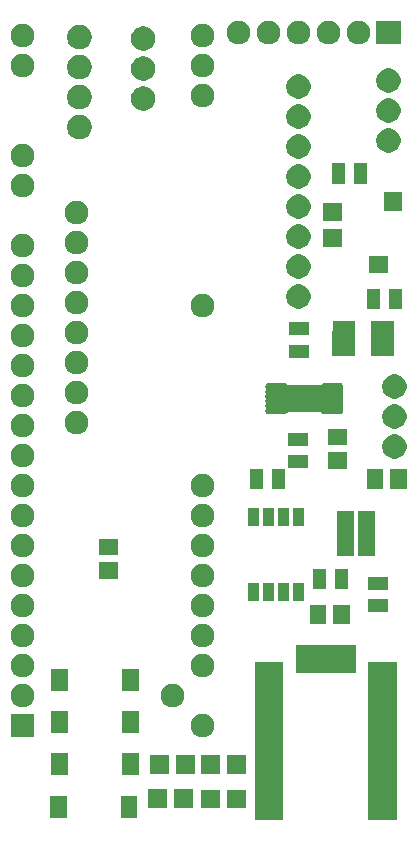
<source format=gbr>
G04 #@! TF.GenerationSoftware,KiCad,Pcbnew,(5.0.1)-rc2*
G04 #@! TF.CreationDate,2018-11-18T21:24:52-07:00*
G04 #@! TF.ProjectId,GPSLogger,4750534C6F676765722E6B696361645F,rev?*
G04 #@! TF.SameCoordinates,Original*
G04 #@! TF.FileFunction,Soldermask,Top*
G04 #@! TF.FilePolarity,Negative*
%FSLAX46Y46*%
G04 Gerber Fmt 4.6, Leading zero omitted, Abs format (unit mm)*
G04 Created by KiCad (PCBNEW (5.0.1)-rc2) date 11/18/2018 9:24:52 PM*
%MOMM*%
%LPD*%
G01*
G04 APERTURE LIST*
%ADD10C,0.100000*%
G04 APERTURE END LIST*
D10*
G36*
X161728000Y-94646000D02*
X159328000Y-94646000D01*
X159328000Y-81246000D01*
X161728000Y-81246000D01*
X161728000Y-94646000D01*
X161728000Y-94646000D01*
G37*
G36*
X152128000Y-94646000D02*
X149728000Y-94646000D01*
X149728000Y-81246000D01*
X152128000Y-81246000D01*
X152128000Y-94646000D01*
X152128000Y-94646000D01*
G37*
G36*
X133796000Y-94446000D02*
X132396000Y-94446000D01*
X132396000Y-92546000D01*
X133796000Y-92546000D01*
X133796000Y-94446000D01*
X133796000Y-94446000D01*
G37*
G36*
X139796000Y-94446000D02*
X138396000Y-94446000D01*
X138396000Y-92546000D01*
X139796000Y-92546000D01*
X139796000Y-94446000D01*
X139796000Y-94446000D01*
G37*
G36*
X149009000Y-93637000D02*
X147409000Y-93637000D01*
X147409000Y-92037000D01*
X149009000Y-92037000D01*
X149009000Y-93637000D01*
X149009000Y-93637000D01*
G37*
G36*
X146809000Y-93637000D02*
X145209000Y-93637000D01*
X145209000Y-92037000D01*
X146809000Y-92037000D01*
X146809000Y-93637000D01*
X146809000Y-93637000D01*
G37*
G36*
X142321000Y-93573500D02*
X140721000Y-93573500D01*
X140721000Y-91973500D01*
X142321000Y-91973500D01*
X142321000Y-93573500D01*
X142321000Y-93573500D01*
G37*
G36*
X144521000Y-93573500D02*
X142921000Y-93573500D01*
X142921000Y-91973500D01*
X144521000Y-91973500D01*
X144521000Y-93573500D01*
X144521000Y-93573500D01*
G37*
G36*
X139892000Y-90842000D02*
X138492000Y-90842000D01*
X138492000Y-88942000D01*
X139892000Y-88942000D01*
X139892000Y-90842000D01*
X139892000Y-90842000D01*
G37*
G36*
X133892000Y-90842000D02*
X132492000Y-90842000D01*
X132492000Y-88942000D01*
X133892000Y-88942000D01*
X133892000Y-90842000D01*
X133892000Y-90842000D01*
G37*
G36*
X142448000Y-90716000D02*
X140848000Y-90716000D01*
X140848000Y-89116000D01*
X142448000Y-89116000D01*
X142448000Y-90716000D01*
X142448000Y-90716000D01*
G37*
G36*
X148966000Y-90716000D02*
X147366000Y-90716000D01*
X147366000Y-89116000D01*
X148966000Y-89116000D01*
X148966000Y-90716000D01*
X148966000Y-90716000D01*
G37*
G36*
X146766000Y-90716000D02*
X145166000Y-90716000D01*
X145166000Y-89116000D01*
X146766000Y-89116000D01*
X146766000Y-90716000D01*
X146766000Y-90716000D01*
G37*
G36*
X144648000Y-90716000D02*
X143048000Y-90716000D01*
X143048000Y-89116000D01*
X144648000Y-89116000D01*
X144648000Y-90716000D01*
X144648000Y-90716000D01*
G37*
G36*
X131048000Y-87614000D02*
X129048000Y-87614000D01*
X129048000Y-85614000D01*
X131048000Y-85614000D01*
X131048000Y-87614000D01*
X131048000Y-87614000D01*
G37*
G36*
X145463770Y-85629372D02*
X145579689Y-85652429D01*
X145761678Y-85727811D01*
X145925463Y-85837249D01*
X146064751Y-85976537D01*
X146174189Y-86140322D01*
X146249571Y-86322311D01*
X146288000Y-86515509D01*
X146288000Y-86712491D01*
X146249571Y-86905689D01*
X146174189Y-87087678D01*
X146064751Y-87251463D01*
X145925463Y-87390751D01*
X145761678Y-87500189D01*
X145579689Y-87575571D01*
X145463770Y-87598628D01*
X145386493Y-87614000D01*
X145189507Y-87614000D01*
X145112230Y-87598628D01*
X144996311Y-87575571D01*
X144814322Y-87500189D01*
X144650537Y-87390751D01*
X144511249Y-87251463D01*
X144401811Y-87087678D01*
X144326429Y-86905689D01*
X144288000Y-86712491D01*
X144288000Y-86515509D01*
X144326429Y-86322311D01*
X144401811Y-86140322D01*
X144511249Y-85976537D01*
X144650537Y-85837249D01*
X144814322Y-85727811D01*
X144996311Y-85652429D01*
X145112230Y-85629372D01*
X145189507Y-85614000D01*
X145386493Y-85614000D01*
X145463770Y-85629372D01*
X145463770Y-85629372D01*
G37*
G36*
X139892000Y-87286000D02*
X138492000Y-87286000D01*
X138492000Y-85386000D01*
X139892000Y-85386000D01*
X139892000Y-87286000D01*
X139892000Y-87286000D01*
G37*
G36*
X133892000Y-87286000D02*
X132492000Y-87286000D01*
X132492000Y-85386000D01*
X133892000Y-85386000D01*
X133892000Y-87286000D01*
X133892000Y-87286000D01*
G37*
G36*
X130223770Y-83089372D02*
X130339689Y-83112429D01*
X130521678Y-83187811D01*
X130685463Y-83297249D01*
X130824751Y-83436537D01*
X130934189Y-83600322D01*
X131009571Y-83782311D01*
X131048000Y-83975509D01*
X131048000Y-84172491D01*
X131009571Y-84365689D01*
X130934189Y-84547678D01*
X130824751Y-84711463D01*
X130685463Y-84850751D01*
X130521678Y-84960189D01*
X130339689Y-85035571D01*
X130223770Y-85058628D01*
X130146493Y-85074000D01*
X129949507Y-85074000D01*
X129872230Y-85058628D01*
X129756311Y-85035571D01*
X129574322Y-84960189D01*
X129410537Y-84850751D01*
X129271249Y-84711463D01*
X129161811Y-84547678D01*
X129086429Y-84365689D01*
X129048000Y-84172491D01*
X129048000Y-83975509D01*
X129086429Y-83782311D01*
X129161811Y-83600322D01*
X129271249Y-83436537D01*
X129410537Y-83297249D01*
X129574322Y-83187811D01*
X129756311Y-83112429D01*
X129872230Y-83089372D01*
X129949507Y-83074000D01*
X130146493Y-83074000D01*
X130223770Y-83089372D01*
X130223770Y-83089372D01*
G37*
G36*
X142923770Y-83089372D02*
X143039689Y-83112429D01*
X143221678Y-83187811D01*
X143385463Y-83297249D01*
X143524751Y-83436537D01*
X143634189Y-83600322D01*
X143709571Y-83782311D01*
X143748000Y-83975509D01*
X143748000Y-84172491D01*
X143709571Y-84365689D01*
X143634189Y-84547678D01*
X143524751Y-84711463D01*
X143385463Y-84850751D01*
X143221678Y-84960189D01*
X143039689Y-85035571D01*
X142923770Y-85058628D01*
X142846493Y-85074000D01*
X142649507Y-85074000D01*
X142572230Y-85058628D01*
X142456311Y-85035571D01*
X142274322Y-84960189D01*
X142110537Y-84850751D01*
X141971249Y-84711463D01*
X141861811Y-84547678D01*
X141786429Y-84365689D01*
X141748000Y-84172491D01*
X141748000Y-83975509D01*
X141786429Y-83782311D01*
X141861811Y-83600322D01*
X141971249Y-83436537D01*
X142110537Y-83297249D01*
X142274322Y-83187811D01*
X142456311Y-83112429D01*
X142572230Y-83089372D01*
X142649507Y-83074000D01*
X142846493Y-83074000D01*
X142923770Y-83089372D01*
X142923770Y-83089372D01*
G37*
G36*
X139892000Y-83730000D02*
X138492000Y-83730000D01*
X138492000Y-81830000D01*
X139892000Y-81830000D01*
X139892000Y-83730000D01*
X139892000Y-83730000D01*
G37*
G36*
X133892000Y-83730000D02*
X132492000Y-83730000D01*
X132492000Y-81830000D01*
X133892000Y-81830000D01*
X133892000Y-83730000D01*
X133892000Y-83730000D01*
G37*
G36*
X130223770Y-80549372D02*
X130339689Y-80572429D01*
X130521678Y-80647811D01*
X130685463Y-80757249D01*
X130824751Y-80896537D01*
X130934189Y-81060322D01*
X131009571Y-81242311D01*
X131048000Y-81435509D01*
X131048000Y-81632491D01*
X131009571Y-81825689D01*
X130934189Y-82007678D01*
X130824751Y-82171463D01*
X130685463Y-82310751D01*
X130521678Y-82420189D01*
X130339689Y-82495571D01*
X130223770Y-82518628D01*
X130146493Y-82534000D01*
X129949507Y-82534000D01*
X129872230Y-82518628D01*
X129756311Y-82495571D01*
X129574322Y-82420189D01*
X129410537Y-82310751D01*
X129271249Y-82171463D01*
X129161811Y-82007678D01*
X129086429Y-81825689D01*
X129048000Y-81632491D01*
X129048000Y-81435509D01*
X129086429Y-81242311D01*
X129161811Y-81060322D01*
X129271249Y-80896537D01*
X129410537Y-80757249D01*
X129574322Y-80647811D01*
X129756311Y-80572429D01*
X129872230Y-80549372D01*
X129949507Y-80534000D01*
X130146493Y-80534000D01*
X130223770Y-80549372D01*
X130223770Y-80549372D01*
G37*
G36*
X145463770Y-80549372D02*
X145579689Y-80572429D01*
X145761678Y-80647811D01*
X145925463Y-80757249D01*
X146064751Y-80896537D01*
X146174189Y-81060322D01*
X146249571Y-81242311D01*
X146288000Y-81435509D01*
X146288000Y-81632491D01*
X146249571Y-81825689D01*
X146174189Y-82007678D01*
X146064751Y-82171463D01*
X145925463Y-82310751D01*
X145761678Y-82420189D01*
X145579689Y-82495571D01*
X145463770Y-82518628D01*
X145386493Y-82534000D01*
X145189507Y-82534000D01*
X145112230Y-82518628D01*
X144996311Y-82495571D01*
X144814322Y-82420189D01*
X144650537Y-82310751D01*
X144511249Y-82171463D01*
X144401811Y-82007678D01*
X144326429Y-81825689D01*
X144288000Y-81632491D01*
X144288000Y-81435509D01*
X144326429Y-81242311D01*
X144401811Y-81060322D01*
X144511249Y-80896537D01*
X144650537Y-80757249D01*
X144814322Y-80647811D01*
X144996311Y-80572429D01*
X145112230Y-80549372D01*
X145189507Y-80534000D01*
X145386493Y-80534000D01*
X145463770Y-80549372D01*
X145463770Y-80549372D01*
G37*
G36*
X158278000Y-82196000D02*
X153178000Y-82196000D01*
X153178000Y-79796000D01*
X158278000Y-79796000D01*
X158278000Y-82196000D01*
X158278000Y-82196000D01*
G37*
G36*
X130223770Y-78009372D02*
X130339689Y-78032429D01*
X130521678Y-78107811D01*
X130685463Y-78217249D01*
X130824751Y-78356537D01*
X130934189Y-78520322D01*
X131009571Y-78702311D01*
X131048000Y-78895509D01*
X131048000Y-79092491D01*
X131009571Y-79285689D01*
X130934189Y-79467678D01*
X130824751Y-79631463D01*
X130685463Y-79770751D01*
X130521678Y-79880189D01*
X130339689Y-79955571D01*
X130223770Y-79978628D01*
X130146493Y-79994000D01*
X129949507Y-79994000D01*
X129872230Y-79978628D01*
X129756311Y-79955571D01*
X129574322Y-79880189D01*
X129410537Y-79770751D01*
X129271249Y-79631463D01*
X129161811Y-79467678D01*
X129086429Y-79285689D01*
X129048000Y-79092491D01*
X129048000Y-78895509D01*
X129086429Y-78702311D01*
X129161811Y-78520322D01*
X129271249Y-78356537D01*
X129410537Y-78217249D01*
X129574322Y-78107811D01*
X129756311Y-78032429D01*
X129872230Y-78009372D01*
X129949507Y-77994000D01*
X130146493Y-77994000D01*
X130223770Y-78009372D01*
X130223770Y-78009372D01*
G37*
G36*
X145463770Y-78009372D02*
X145579689Y-78032429D01*
X145761678Y-78107811D01*
X145925463Y-78217249D01*
X146064751Y-78356537D01*
X146174189Y-78520322D01*
X146249571Y-78702311D01*
X146288000Y-78895509D01*
X146288000Y-79092491D01*
X146249571Y-79285689D01*
X146174189Y-79467678D01*
X146064751Y-79631463D01*
X145925463Y-79770751D01*
X145761678Y-79880189D01*
X145579689Y-79955571D01*
X145463770Y-79978628D01*
X145386493Y-79994000D01*
X145189507Y-79994000D01*
X145112230Y-79978628D01*
X144996311Y-79955571D01*
X144814322Y-79880189D01*
X144650537Y-79770751D01*
X144511249Y-79631463D01*
X144401811Y-79467678D01*
X144326429Y-79285689D01*
X144288000Y-79092491D01*
X144288000Y-78895509D01*
X144326429Y-78702311D01*
X144401811Y-78520322D01*
X144511249Y-78356537D01*
X144650537Y-78217249D01*
X144814322Y-78107811D01*
X144996311Y-78032429D01*
X145112230Y-78009372D01*
X145189507Y-77994000D01*
X145386493Y-77994000D01*
X145463770Y-78009372D01*
X145463770Y-78009372D01*
G37*
G36*
X157767000Y-78041000D02*
X156367000Y-78041000D01*
X156367000Y-76391000D01*
X157767000Y-76391000D01*
X157767000Y-78041000D01*
X157767000Y-78041000D01*
G37*
G36*
X155767000Y-78041000D02*
X154367000Y-78041000D01*
X154367000Y-76391000D01*
X155767000Y-76391000D01*
X155767000Y-78041000D01*
X155767000Y-78041000D01*
G37*
G36*
X145463770Y-75469372D02*
X145579689Y-75492429D01*
X145761678Y-75567811D01*
X145925463Y-75677249D01*
X146064751Y-75816537D01*
X146174189Y-75980322D01*
X146249571Y-76162311D01*
X146288000Y-76355509D01*
X146288000Y-76552491D01*
X146249571Y-76745689D01*
X146174189Y-76927678D01*
X146064751Y-77091463D01*
X145925463Y-77230751D01*
X145761678Y-77340189D01*
X145579689Y-77415571D01*
X145463770Y-77438628D01*
X145386493Y-77454000D01*
X145189507Y-77454000D01*
X145112230Y-77438628D01*
X144996311Y-77415571D01*
X144814322Y-77340189D01*
X144650537Y-77230751D01*
X144511249Y-77091463D01*
X144401811Y-76927678D01*
X144326429Y-76745689D01*
X144288000Y-76552491D01*
X144288000Y-76355509D01*
X144326429Y-76162311D01*
X144401811Y-75980322D01*
X144511249Y-75816537D01*
X144650537Y-75677249D01*
X144814322Y-75567811D01*
X144996311Y-75492429D01*
X145112230Y-75469372D01*
X145189507Y-75454000D01*
X145386493Y-75454000D01*
X145463770Y-75469372D01*
X145463770Y-75469372D01*
G37*
G36*
X130223770Y-75469372D02*
X130339689Y-75492429D01*
X130521678Y-75567811D01*
X130685463Y-75677249D01*
X130824751Y-75816537D01*
X130934189Y-75980322D01*
X131009571Y-76162311D01*
X131048000Y-76355509D01*
X131048000Y-76552491D01*
X131009571Y-76745689D01*
X130934189Y-76927678D01*
X130824751Y-77091463D01*
X130685463Y-77230751D01*
X130521678Y-77340189D01*
X130339689Y-77415571D01*
X130223770Y-77438628D01*
X130146493Y-77454000D01*
X129949507Y-77454000D01*
X129872230Y-77438628D01*
X129756311Y-77415571D01*
X129574322Y-77340189D01*
X129410537Y-77230751D01*
X129271249Y-77091463D01*
X129161811Y-76927678D01*
X129086429Y-76745689D01*
X129048000Y-76552491D01*
X129048000Y-76355509D01*
X129086429Y-76162311D01*
X129161811Y-75980322D01*
X129271249Y-75816537D01*
X129410537Y-75677249D01*
X129574322Y-75567811D01*
X129756311Y-75492429D01*
X129872230Y-75469372D01*
X129949507Y-75454000D01*
X130146493Y-75454000D01*
X130223770Y-75469372D01*
X130223770Y-75469372D01*
G37*
G36*
X160997000Y-76999000D02*
X159297000Y-76999000D01*
X159297000Y-75899000D01*
X160997000Y-75899000D01*
X160997000Y-76999000D01*
X160997000Y-76999000D01*
G37*
G36*
X150060000Y-76082500D02*
X149152000Y-76082500D01*
X149152000Y-74539500D01*
X150060000Y-74539500D01*
X150060000Y-76082500D01*
X150060000Y-76082500D01*
G37*
G36*
X153870000Y-76082500D02*
X152962000Y-76082500D01*
X152962000Y-74539500D01*
X153870000Y-74539500D01*
X153870000Y-76082500D01*
X153870000Y-76082500D01*
G37*
G36*
X152600000Y-76082500D02*
X151692000Y-76082500D01*
X151692000Y-74539500D01*
X152600000Y-74539500D01*
X152600000Y-76082500D01*
X152600000Y-76082500D01*
G37*
G36*
X151330000Y-76082500D02*
X150422000Y-76082500D01*
X150422000Y-74539500D01*
X151330000Y-74539500D01*
X151330000Y-76082500D01*
X151330000Y-76082500D01*
G37*
G36*
X160997000Y-75099000D02*
X159297000Y-75099000D01*
X159297000Y-73999000D01*
X160997000Y-73999000D01*
X160997000Y-75099000D01*
X160997000Y-75099000D01*
G37*
G36*
X157649000Y-75081500D02*
X156549000Y-75081500D01*
X156549000Y-73381500D01*
X157649000Y-73381500D01*
X157649000Y-75081500D01*
X157649000Y-75081500D01*
G37*
G36*
X155749000Y-75081500D02*
X154649000Y-75081500D01*
X154649000Y-73381500D01*
X155749000Y-73381500D01*
X155749000Y-75081500D01*
X155749000Y-75081500D01*
G37*
G36*
X145463770Y-72929372D02*
X145579689Y-72952429D01*
X145761678Y-73027811D01*
X145925463Y-73137249D01*
X146064751Y-73276537D01*
X146174189Y-73440322D01*
X146249571Y-73622311D01*
X146288000Y-73815509D01*
X146288000Y-74012491D01*
X146249571Y-74205689D01*
X146174189Y-74387678D01*
X146064751Y-74551463D01*
X145925463Y-74690751D01*
X145761678Y-74800189D01*
X145579689Y-74875571D01*
X145463770Y-74898628D01*
X145386493Y-74914000D01*
X145189507Y-74914000D01*
X145112230Y-74898628D01*
X144996311Y-74875571D01*
X144814322Y-74800189D01*
X144650537Y-74690751D01*
X144511249Y-74551463D01*
X144401811Y-74387678D01*
X144326429Y-74205689D01*
X144288000Y-74012491D01*
X144288000Y-73815509D01*
X144326429Y-73622311D01*
X144401811Y-73440322D01*
X144511249Y-73276537D01*
X144650537Y-73137249D01*
X144814322Y-73027811D01*
X144996311Y-72952429D01*
X145112230Y-72929372D01*
X145189507Y-72914000D01*
X145386493Y-72914000D01*
X145463770Y-72929372D01*
X145463770Y-72929372D01*
G37*
G36*
X130223770Y-72929372D02*
X130339689Y-72952429D01*
X130521678Y-73027811D01*
X130685463Y-73137249D01*
X130824751Y-73276537D01*
X130934189Y-73440322D01*
X131009571Y-73622311D01*
X131048000Y-73815509D01*
X131048000Y-74012491D01*
X131009571Y-74205689D01*
X130934189Y-74387678D01*
X130824751Y-74551463D01*
X130685463Y-74690751D01*
X130521678Y-74800189D01*
X130339689Y-74875571D01*
X130223770Y-74898628D01*
X130146493Y-74914000D01*
X129949507Y-74914000D01*
X129872230Y-74898628D01*
X129756311Y-74875571D01*
X129574322Y-74800189D01*
X129410537Y-74690751D01*
X129271249Y-74551463D01*
X129161811Y-74387678D01*
X129086429Y-74205689D01*
X129048000Y-74012491D01*
X129048000Y-73815509D01*
X129086429Y-73622311D01*
X129161811Y-73440322D01*
X129271249Y-73276537D01*
X129410537Y-73137249D01*
X129574322Y-73027811D01*
X129756311Y-72952429D01*
X129872230Y-72929372D01*
X129949507Y-72914000D01*
X130146493Y-72914000D01*
X130223770Y-72929372D01*
X130223770Y-72929372D01*
G37*
G36*
X138175500Y-74201000D02*
X136525500Y-74201000D01*
X136525500Y-72801000D01*
X138175500Y-72801000D01*
X138175500Y-74201000D01*
X138175500Y-74201000D01*
G37*
G36*
X145463770Y-70389372D02*
X145579689Y-70412429D01*
X145761678Y-70487811D01*
X145925463Y-70597249D01*
X146064751Y-70736537D01*
X146174189Y-70900322D01*
X146249571Y-71082311D01*
X146288000Y-71275509D01*
X146288000Y-71472491D01*
X146249571Y-71665689D01*
X146174189Y-71847678D01*
X146064751Y-72011463D01*
X145925463Y-72150751D01*
X145761678Y-72260189D01*
X145579689Y-72335571D01*
X145463770Y-72358628D01*
X145386493Y-72374000D01*
X145189507Y-72374000D01*
X145112230Y-72358628D01*
X144996311Y-72335571D01*
X144814322Y-72260189D01*
X144650537Y-72150751D01*
X144511249Y-72011463D01*
X144401811Y-71847678D01*
X144326429Y-71665689D01*
X144288000Y-71472491D01*
X144288000Y-71275509D01*
X144326429Y-71082311D01*
X144401811Y-70900322D01*
X144511249Y-70736537D01*
X144650537Y-70597249D01*
X144814322Y-70487811D01*
X144996311Y-70412429D01*
X145112230Y-70389372D01*
X145189507Y-70374000D01*
X145386493Y-70374000D01*
X145463770Y-70389372D01*
X145463770Y-70389372D01*
G37*
G36*
X130223770Y-70389372D02*
X130339689Y-70412429D01*
X130521678Y-70487811D01*
X130685463Y-70597249D01*
X130824751Y-70736537D01*
X130934189Y-70900322D01*
X131009571Y-71082311D01*
X131048000Y-71275509D01*
X131048000Y-71472491D01*
X131009571Y-71665689D01*
X130934189Y-71847678D01*
X130824751Y-72011463D01*
X130685463Y-72150751D01*
X130521678Y-72260189D01*
X130339689Y-72335571D01*
X130223770Y-72358628D01*
X130146493Y-72374000D01*
X129949507Y-72374000D01*
X129872230Y-72358628D01*
X129756311Y-72335571D01*
X129574322Y-72260189D01*
X129410537Y-72150751D01*
X129271249Y-72011463D01*
X129161811Y-71847678D01*
X129086429Y-71665689D01*
X129048000Y-71472491D01*
X129048000Y-71275509D01*
X129086429Y-71082311D01*
X129161811Y-70900322D01*
X129271249Y-70736537D01*
X129410537Y-70597249D01*
X129574322Y-70487811D01*
X129756311Y-70412429D01*
X129872230Y-70389372D01*
X129949507Y-70374000D01*
X130146493Y-70374000D01*
X130223770Y-70389372D01*
X130223770Y-70389372D01*
G37*
G36*
X158129500Y-72272500D02*
X156719500Y-72272500D01*
X156719500Y-68442500D01*
X158129500Y-68442500D01*
X158129500Y-72272500D01*
X158129500Y-72272500D01*
G37*
G36*
X159899500Y-72272500D02*
X158489500Y-72272500D01*
X158489500Y-68442000D01*
X159899500Y-68442000D01*
X159899500Y-72272500D01*
X159899500Y-72272500D01*
G37*
G36*
X138175500Y-72201000D02*
X136525500Y-72201000D01*
X136525500Y-70801000D01*
X138175500Y-70801000D01*
X138175500Y-72201000D01*
X138175500Y-72201000D01*
G37*
G36*
X130223770Y-67849372D02*
X130339689Y-67872429D01*
X130521678Y-67947811D01*
X130685463Y-68057249D01*
X130824751Y-68196537D01*
X130934189Y-68360322D01*
X131009571Y-68542311D01*
X131048000Y-68735509D01*
X131048000Y-68932491D01*
X131009571Y-69125689D01*
X130934189Y-69307678D01*
X130824751Y-69471463D01*
X130685463Y-69610751D01*
X130521678Y-69720189D01*
X130339689Y-69795571D01*
X130223770Y-69818628D01*
X130146493Y-69834000D01*
X129949507Y-69834000D01*
X129872230Y-69818628D01*
X129756311Y-69795571D01*
X129574322Y-69720189D01*
X129410537Y-69610751D01*
X129271249Y-69471463D01*
X129161811Y-69307678D01*
X129086429Y-69125689D01*
X129048000Y-68932491D01*
X129048000Y-68735509D01*
X129086429Y-68542311D01*
X129161811Y-68360322D01*
X129271249Y-68196537D01*
X129410537Y-68057249D01*
X129574322Y-67947811D01*
X129756311Y-67872429D01*
X129872230Y-67849372D01*
X129949507Y-67834000D01*
X130146493Y-67834000D01*
X130223770Y-67849372D01*
X130223770Y-67849372D01*
G37*
G36*
X145463770Y-67849372D02*
X145579689Y-67872429D01*
X145761678Y-67947811D01*
X145925463Y-68057249D01*
X146064751Y-68196537D01*
X146174189Y-68360322D01*
X146249571Y-68542311D01*
X146288000Y-68735509D01*
X146288000Y-68932491D01*
X146249571Y-69125689D01*
X146174189Y-69307678D01*
X146064751Y-69471463D01*
X145925463Y-69610751D01*
X145761678Y-69720189D01*
X145579689Y-69795571D01*
X145463770Y-69818628D01*
X145386493Y-69834000D01*
X145189507Y-69834000D01*
X145112230Y-69818628D01*
X144996311Y-69795571D01*
X144814322Y-69720189D01*
X144650537Y-69610751D01*
X144511249Y-69471463D01*
X144401811Y-69307678D01*
X144326429Y-69125689D01*
X144288000Y-68932491D01*
X144288000Y-68735509D01*
X144326429Y-68542311D01*
X144401811Y-68360322D01*
X144511249Y-68196537D01*
X144650537Y-68057249D01*
X144814322Y-67947811D01*
X144996311Y-67872429D01*
X145112230Y-67849372D01*
X145189507Y-67834000D01*
X145386493Y-67834000D01*
X145463770Y-67849372D01*
X145463770Y-67849372D01*
G37*
G36*
X152600000Y-69732500D02*
X151692000Y-69732500D01*
X151692000Y-68189500D01*
X152600000Y-68189500D01*
X152600000Y-69732500D01*
X152600000Y-69732500D01*
G37*
G36*
X150060000Y-69732500D02*
X149152000Y-69732500D01*
X149152000Y-68189500D01*
X150060000Y-68189500D01*
X150060000Y-69732500D01*
X150060000Y-69732500D01*
G37*
G36*
X151330000Y-69732500D02*
X150422000Y-69732500D01*
X150422000Y-68189500D01*
X151330000Y-68189500D01*
X151330000Y-69732500D01*
X151330000Y-69732500D01*
G37*
G36*
X153870000Y-69732500D02*
X152962000Y-69732500D01*
X152962000Y-68189500D01*
X153870000Y-68189500D01*
X153870000Y-69732500D01*
X153870000Y-69732500D01*
G37*
G36*
X130223770Y-65309372D02*
X130339689Y-65332429D01*
X130521678Y-65407811D01*
X130685463Y-65517249D01*
X130824751Y-65656537D01*
X130934189Y-65820322D01*
X131009571Y-66002311D01*
X131048000Y-66195509D01*
X131048000Y-66392491D01*
X131009571Y-66585689D01*
X130934189Y-66767678D01*
X130824751Y-66931463D01*
X130685463Y-67070751D01*
X130521678Y-67180189D01*
X130339689Y-67255571D01*
X130223770Y-67278628D01*
X130146493Y-67294000D01*
X129949507Y-67294000D01*
X129872230Y-67278628D01*
X129756311Y-67255571D01*
X129574322Y-67180189D01*
X129410537Y-67070751D01*
X129271249Y-66931463D01*
X129161811Y-66767678D01*
X129086429Y-66585689D01*
X129048000Y-66392491D01*
X129048000Y-66195509D01*
X129086429Y-66002311D01*
X129161811Y-65820322D01*
X129271249Y-65656537D01*
X129410537Y-65517249D01*
X129574322Y-65407811D01*
X129756311Y-65332429D01*
X129872230Y-65309372D01*
X129949507Y-65294000D01*
X130146493Y-65294000D01*
X130223770Y-65309372D01*
X130223770Y-65309372D01*
G37*
G36*
X145463770Y-65309372D02*
X145579689Y-65332429D01*
X145761678Y-65407811D01*
X145925463Y-65517249D01*
X146064751Y-65656537D01*
X146174189Y-65820322D01*
X146249571Y-66002311D01*
X146288000Y-66195509D01*
X146288000Y-66392491D01*
X146249571Y-66585689D01*
X146174189Y-66767678D01*
X146064751Y-66931463D01*
X145925463Y-67070751D01*
X145761678Y-67180189D01*
X145579689Y-67255571D01*
X145463770Y-67278628D01*
X145386493Y-67294000D01*
X145189507Y-67294000D01*
X145112230Y-67278628D01*
X144996311Y-67255571D01*
X144814322Y-67180189D01*
X144650537Y-67070751D01*
X144511249Y-66931463D01*
X144401811Y-66767678D01*
X144326429Y-66585689D01*
X144288000Y-66392491D01*
X144288000Y-66195509D01*
X144326429Y-66002311D01*
X144401811Y-65820322D01*
X144511249Y-65656537D01*
X144650537Y-65517249D01*
X144814322Y-65407811D01*
X144996311Y-65332429D01*
X145112230Y-65309372D01*
X145189507Y-65294000D01*
X145386493Y-65294000D01*
X145463770Y-65309372D01*
X145463770Y-65309372D01*
G37*
G36*
X150415000Y-66572500D02*
X149315000Y-66572500D01*
X149315000Y-64872500D01*
X150415000Y-64872500D01*
X150415000Y-66572500D01*
X150415000Y-66572500D01*
G37*
G36*
X152315000Y-66572500D02*
X151215000Y-66572500D01*
X151215000Y-64872500D01*
X152315000Y-64872500D01*
X152315000Y-66572500D01*
X152315000Y-66572500D01*
G37*
G36*
X162609000Y-66547500D02*
X161209000Y-66547500D01*
X161209000Y-64897500D01*
X162609000Y-64897500D01*
X162609000Y-66547500D01*
X162609000Y-66547500D01*
G37*
G36*
X160609000Y-66547500D02*
X159209000Y-66547500D01*
X159209000Y-64897500D01*
X160609000Y-64897500D01*
X160609000Y-66547500D01*
X160609000Y-66547500D01*
G37*
G36*
X157543000Y-64898500D02*
X155893000Y-64898500D01*
X155893000Y-63498500D01*
X157543000Y-63498500D01*
X157543000Y-64898500D01*
X157543000Y-64898500D01*
G37*
G36*
X154266000Y-64807000D02*
X152566000Y-64807000D01*
X152566000Y-63707000D01*
X154266000Y-63707000D01*
X154266000Y-64807000D01*
X154266000Y-64807000D01*
G37*
G36*
X130223770Y-62769372D02*
X130339689Y-62792429D01*
X130521678Y-62867811D01*
X130685463Y-62977249D01*
X130824751Y-63116537D01*
X130934189Y-63280322D01*
X131009571Y-63462311D01*
X131048000Y-63655509D01*
X131048000Y-63852491D01*
X131009571Y-64045689D01*
X130934189Y-64227678D01*
X130824751Y-64391463D01*
X130685463Y-64530751D01*
X130521678Y-64640189D01*
X130339689Y-64715571D01*
X130223770Y-64738628D01*
X130146493Y-64754000D01*
X129949507Y-64754000D01*
X129872230Y-64738628D01*
X129756311Y-64715571D01*
X129574322Y-64640189D01*
X129410537Y-64530751D01*
X129271249Y-64391463D01*
X129161811Y-64227678D01*
X129086429Y-64045689D01*
X129048000Y-63852491D01*
X129048000Y-63655509D01*
X129086429Y-63462311D01*
X129161811Y-63280322D01*
X129271249Y-63116537D01*
X129410537Y-62977249D01*
X129574322Y-62867811D01*
X129756311Y-62792429D01*
X129872230Y-62769372D01*
X129949507Y-62754000D01*
X130146493Y-62754000D01*
X130223770Y-62769372D01*
X130223770Y-62769372D01*
G37*
G36*
X161847765Y-61990620D02*
X162037289Y-62069123D01*
X162207855Y-62183092D01*
X162352908Y-62328145D01*
X162466877Y-62498711D01*
X162545380Y-62688235D01*
X162585400Y-62889430D01*
X162585400Y-63094570D01*
X162545380Y-63295765D01*
X162466877Y-63485289D01*
X162352908Y-63655855D01*
X162207855Y-63800908D01*
X162037289Y-63914877D01*
X161847765Y-63993380D01*
X161646570Y-64033400D01*
X161441430Y-64033400D01*
X161240235Y-63993380D01*
X161050711Y-63914877D01*
X160880145Y-63800908D01*
X160735092Y-63655855D01*
X160621123Y-63485289D01*
X160542620Y-63295765D01*
X160502600Y-63094570D01*
X160502600Y-62889430D01*
X160542620Y-62688235D01*
X160621123Y-62498711D01*
X160735092Y-62328145D01*
X160880145Y-62183092D01*
X161050711Y-62069123D01*
X161240235Y-61990620D01*
X161441430Y-61950600D01*
X161646570Y-61950600D01*
X161847765Y-61990620D01*
X161847765Y-61990620D01*
G37*
G36*
X154266000Y-62907000D02*
X152566000Y-62907000D01*
X152566000Y-61807000D01*
X154266000Y-61807000D01*
X154266000Y-62907000D01*
X154266000Y-62907000D01*
G37*
G36*
X157543000Y-62898500D02*
X155893000Y-62898500D01*
X155893000Y-61498500D01*
X157543000Y-61498500D01*
X157543000Y-62898500D01*
X157543000Y-62898500D01*
G37*
G36*
X130223770Y-60229372D02*
X130339689Y-60252429D01*
X130521678Y-60327811D01*
X130685463Y-60437249D01*
X130824751Y-60576537D01*
X130934189Y-60740322D01*
X131009571Y-60922311D01*
X131048000Y-61115509D01*
X131048000Y-61312491D01*
X131009571Y-61505689D01*
X130934189Y-61687678D01*
X130824751Y-61851463D01*
X130685463Y-61990751D01*
X130521678Y-62100189D01*
X130339689Y-62175571D01*
X130223770Y-62198628D01*
X130146493Y-62214000D01*
X129949507Y-62214000D01*
X129872230Y-62198628D01*
X129756311Y-62175571D01*
X129574322Y-62100189D01*
X129410537Y-61990751D01*
X129271249Y-61851463D01*
X129161811Y-61687678D01*
X129086429Y-61505689D01*
X129048000Y-61312491D01*
X129048000Y-61115509D01*
X129086429Y-60922311D01*
X129161811Y-60740322D01*
X129271249Y-60576537D01*
X129410537Y-60437249D01*
X129574322Y-60327811D01*
X129756311Y-60252429D01*
X129872230Y-60229372D01*
X129949507Y-60214000D01*
X130146493Y-60214000D01*
X130223770Y-60229372D01*
X130223770Y-60229372D01*
G37*
G36*
X134795770Y-59975372D02*
X134911689Y-59998429D01*
X135093678Y-60073811D01*
X135257463Y-60183249D01*
X135396751Y-60322537D01*
X135506189Y-60486322D01*
X135581571Y-60668311D01*
X135620000Y-60861509D01*
X135620000Y-61058491D01*
X135581571Y-61251689D01*
X135506189Y-61433678D01*
X135396751Y-61597463D01*
X135257463Y-61736751D01*
X135093678Y-61846189D01*
X134911689Y-61921571D01*
X134795770Y-61944628D01*
X134718493Y-61960000D01*
X134521507Y-61960000D01*
X134444230Y-61944628D01*
X134328311Y-61921571D01*
X134146322Y-61846189D01*
X133982537Y-61736751D01*
X133843249Y-61597463D01*
X133733811Y-61433678D01*
X133658429Y-61251689D01*
X133620000Y-61058491D01*
X133620000Y-60861509D01*
X133658429Y-60668311D01*
X133733811Y-60486322D01*
X133843249Y-60322537D01*
X133982537Y-60183249D01*
X134146322Y-60073811D01*
X134328311Y-59998429D01*
X134444230Y-59975372D01*
X134521507Y-59960000D01*
X134718493Y-59960000D01*
X134795770Y-59975372D01*
X134795770Y-59975372D01*
G37*
G36*
X161847765Y-59450620D02*
X162037289Y-59529123D01*
X162207855Y-59643092D01*
X162352908Y-59788145D01*
X162466877Y-59958711D01*
X162545380Y-60148235D01*
X162585400Y-60349430D01*
X162585400Y-60554570D01*
X162545380Y-60755765D01*
X162466877Y-60945289D01*
X162352908Y-61115855D01*
X162207855Y-61260908D01*
X162037289Y-61374877D01*
X161847765Y-61453380D01*
X161646570Y-61493400D01*
X161441430Y-61493400D01*
X161240235Y-61453380D01*
X161050711Y-61374877D01*
X160880145Y-61260908D01*
X160735092Y-61115855D01*
X160621123Y-60945289D01*
X160542620Y-60755765D01*
X160502600Y-60554570D01*
X160502600Y-60349430D01*
X160542620Y-60148235D01*
X160621123Y-59958711D01*
X160735092Y-59788145D01*
X160880145Y-59643092D01*
X161050711Y-59529123D01*
X161240235Y-59450620D01*
X161441430Y-59410600D01*
X161646570Y-59410600D01*
X161847765Y-59450620D01*
X161847765Y-59450620D01*
G37*
G36*
X152262712Y-57607701D02*
X152323972Y-57626284D01*
X152355710Y-57643249D01*
X152380434Y-57656464D01*
X152380436Y-57656465D01*
X152380435Y-57656465D01*
X152429918Y-57697075D01*
X152429919Y-57697077D01*
X152429921Y-57697078D01*
X152438311Y-57707301D01*
X152455634Y-57724623D01*
X152476008Y-57738237D01*
X152498647Y-57747614D01*
X152522680Y-57752395D01*
X152534933Y-57752997D01*
X155313068Y-57752997D01*
X155337454Y-57750595D01*
X155360903Y-57743482D01*
X155382514Y-57731931D01*
X155401456Y-57716385D01*
X155409695Y-57707295D01*
X155418080Y-57697078D01*
X155467565Y-57656466D01*
X155467564Y-57656466D01*
X155467566Y-57656465D01*
X155492292Y-57643249D01*
X155524028Y-57626285D01*
X155585288Y-57607702D01*
X155633035Y-57603000D01*
X156914965Y-57603000D01*
X156962712Y-57607702D01*
X157023972Y-57626285D01*
X157055708Y-57643249D01*
X157080434Y-57656465D01*
X157129921Y-57697079D01*
X157170535Y-57746566D01*
X157173972Y-57752997D01*
X157200715Y-57803028D01*
X157219298Y-57864288D01*
X157225572Y-57927999D01*
X157219298Y-57991712D01*
X157200714Y-58052972D01*
X157192107Y-58069075D01*
X157182730Y-58091714D01*
X157177949Y-58115747D01*
X157177949Y-58140252D01*
X157182729Y-58164285D01*
X157192107Y-58186925D01*
X157198847Y-58199534D01*
X157200714Y-58203028D01*
X157219298Y-58264288D01*
X157225572Y-58328000D01*
X157219298Y-58391712D01*
X157200714Y-58452972D01*
X157192107Y-58469075D01*
X157182730Y-58491714D01*
X157177949Y-58515747D01*
X157177949Y-58540252D01*
X157182729Y-58564285D01*
X157192107Y-58586925D01*
X157200714Y-58603028D01*
X157219298Y-58664288D01*
X157225572Y-58728000D01*
X157219298Y-58791712D01*
X157200714Y-58852972D01*
X157192107Y-58869075D01*
X157182730Y-58891714D01*
X157177949Y-58915747D01*
X157177949Y-58940252D01*
X157182729Y-58964285D01*
X157192107Y-58986925D01*
X157200714Y-59003028D01*
X157219298Y-59064288D01*
X157225572Y-59128000D01*
X157219298Y-59191712D01*
X157200714Y-59252972D01*
X157192107Y-59269075D01*
X157182730Y-59291714D01*
X157177949Y-59315747D01*
X157177949Y-59340252D01*
X157182729Y-59364285D01*
X157192107Y-59386925D01*
X157200714Y-59403028D01*
X157219298Y-59464288D01*
X157225572Y-59528000D01*
X157219298Y-59591712D01*
X157200714Y-59652972D01*
X157192107Y-59669075D01*
X157182730Y-59691714D01*
X157177949Y-59715747D01*
X157177949Y-59740252D01*
X157182729Y-59764285D01*
X157192107Y-59786925D01*
X157200714Y-59803028D01*
X157219298Y-59864288D01*
X157225572Y-59928000D01*
X157219298Y-59991712D01*
X157200715Y-60052972D01*
X157189576Y-60073811D01*
X157170535Y-60109434D01*
X157129921Y-60158921D01*
X157080434Y-60199535D01*
X157061614Y-60209594D01*
X157023972Y-60229715D01*
X156962712Y-60248298D01*
X156914965Y-60253000D01*
X155633035Y-60253000D01*
X155585288Y-60248298D01*
X155524028Y-60229715D01*
X155486386Y-60209594D01*
X155467566Y-60199535D01*
X155447722Y-60183249D01*
X155418082Y-60158924D01*
X155418081Y-60158922D01*
X155418079Y-60158921D01*
X155409684Y-60148692D01*
X155392363Y-60131371D01*
X155371988Y-60117757D01*
X155349349Y-60108380D01*
X155325316Y-60103599D01*
X155313063Y-60102997D01*
X152534937Y-60102997D01*
X152510551Y-60105399D01*
X152487102Y-60112512D01*
X152465491Y-60124063D01*
X152446549Y-60139609D01*
X152438321Y-60148686D01*
X152429921Y-60158921D01*
X152429919Y-60158922D01*
X152429918Y-60158924D01*
X152400278Y-60183249D01*
X152380434Y-60199535D01*
X152361614Y-60209594D01*
X152323972Y-60229715D01*
X152262712Y-60248298D01*
X152214965Y-60253000D01*
X150933035Y-60253000D01*
X150885288Y-60248298D01*
X150824028Y-60229715D01*
X150786386Y-60209594D01*
X150767566Y-60199535D01*
X150718079Y-60158921D01*
X150677465Y-60109434D01*
X150658424Y-60073811D01*
X150647285Y-60052972D01*
X150628702Y-59991712D01*
X150622428Y-59928000D01*
X150628702Y-59864288D01*
X150647286Y-59803028D01*
X150655893Y-59786925D01*
X150665270Y-59764286D01*
X150670051Y-59740253D01*
X150670051Y-59715748D01*
X150665271Y-59691715D01*
X150655893Y-59669075D01*
X150647286Y-59652972D01*
X150628702Y-59591712D01*
X150622428Y-59528000D01*
X150628702Y-59464288D01*
X150647286Y-59403028D01*
X150655893Y-59386925D01*
X150665270Y-59364286D01*
X150670051Y-59340253D01*
X150670051Y-59315748D01*
X150665271Y-59291715D01*
X150655893Y-59269075D01*
X150647286Y-59252972D01*
X150628702Y-59191712D01*
X150622428Y-59128000D01*
X150628702Y-59064288D01*
X150647286Y-59003028D01*
X150655893Y-58986925D01*
X150665270Y-58964286D01*
X150670051Y-58940253D01*
X150670051Y-58915748D01*
X150665271Y-58891715D01*
X150655893Y-58869075D01*
X150647286Y-58852972D01*
X150628702Y-58791712D01*
X150622428Y-58728000D01*
X150628702Y-58664288D01*
X150647286Y-58603028D01*
X150655893Y-58586925D01*
X150665270Y-58564286D01*
X150670051Y-58540253D01*
X150670051Y-58515748D01*
X150665271Y-58491715D01*
X150655893Y-58469075D01*
X150647286Y-58452972D01*
X150628702Y-58391712D01*
X150622428Y-58328000D01*
X150628702Y-58264288D01*
X150647286Y-58203028D01*
X150649154Y-58199534D01*
X150655893Y-58186925D01*
X150665270Y-58164286D01*
X150670051Y-58140253D01*
X150670051Y-58115748D01*
X150665271Y-58091715D01*
X150655894Y-58069077D01*
X150647286Y-58052972D01*
X150628702Y-57991711D01*
X150622428Y-57927999D01*
X150628702Y-57864287D01*
X150647285Y-57803027D01*
X150675311Y-57750595D01*
X150677465Y-57746565D01*
X150718079Y-57697078D01*
X150767566Y-57656464D01*
X150792290Y-57643249D01*
X150824028Y-57626284D01*
X150885288Y-57607701D01*
X150933035Y-57602999D01*
X152214965Y-57602999D01*
X152262712Y-57607701D01*
X152262712Y-57607701D01*
G37*
G36*
X130223770Y-57689372D02*
X130339689Y-57712429D01*
X130521678Y-57787811D01*
X130685463Y-57897249D01*
X130824751Y-58036537D01*
X130934189Y-58200322D01*
X131009571Y-58382311D01*
X131024321Y-58456465D01*
X131048000Y-58575507D01*
X131048000Y-58772493D01*
X131035591Y-58834877D01*
X131009571Y-58965689D01*
X130934189Y-59147678D01*
X130824751Y-59311463D01*
X130685463Y-59450751D01*
X130521678Y-59560189D01*
X130339689Y-59635571D01*
X130234646Y-59656465D01*
X130146493Y-59674000D01*
X129949507Y-59674000D01*
X129861354Y-59656465D01*
X129756311Y-59635571D01*
X129574322Y-59560189D01*
X129410537Y-59450751D01*
X129271249Y-59311463D01*
X129161811Y-59147678D01*
X129086429Y-58965689D01*
X129060409Y-58834877D01*
X129048000Y-58772493D01*
X129048000Y-58575507D01*
X129071679Y-58456465D01*
X129086429Y-58382311D01*
X129161811Y-58200322D01*
X129271249Y-58036537D01*
X129410537Y-57897249D01*
X129574322Y-57787811D01*
X129756311Y-57712429D01*
X129872230Y-57689372D01*
X129949507Y-57674000D01*
X130146493Y-57674000D01*
X130223770Y-57689372D01*
X130223770Y-57689372D01*
G37*
G36*
X134795770Y-57435372D02*
X134911689Y-57458429D01*
X135093678Y-57533811D01*
X135257463Y-57643249D01*
X135396751Y-57782537D01*
X135506189Y-57946322D01*
X135581571Y-58128311D01*
X135596433Y-58203028D01*
X135620000Y-58321507D01*
X135620000Y-58518493D01*
X135614416Y-58546566D01*
X135581571Y-58711689D01*
X135506189Y-58893678D01*
X135396751Y-59057463D01*
X135257463Y-59196751D01*
X135093678Y-59306189D01*
X134911689Y-59381571D01*
X134803826Y-59403026D01*
X134718493Y-59420000D01*
X134521507Y-59420000D01*
X134436174Y-59403026D01*
X134328311Y-59381571D01*
X134146322Y-59306189D01*
X133982537Y-59196751D01*
X133843249Y-59057463D01*
X133733811Y-58893678D01*
X133658429Y-58711689D01*
X133625584Y-58546566D01*
X133620000Y-58518493D01*
X133620000Y-58321507D01*
X133643567Y-58203028D01*
X133658429Y-58128311D01*
X133733811Y-57946322D01*
X133843249Y-57782537D01*
X133982537Y-57643249D01*
X134146322Y-57533811D01*
X134328311Y-57458429D01*
X134444230Y-57435372D01*
X134521507Y-57420000D01*
X134718493Y-57420000D01*
X134795770Y-57435372D01*
X134795770Y-57435372D01*
G37*
G36*
X161847765Y-56910620D02*
X162037289Y-56989123D01*
X162207855Y-57103092D01*
X162352908Y-57248145D01*
X162466877Y-57418711D01*
X162545380Y-57608235D01*
X162585400Y-57809430D01*
X162585400Y-58014570D01*
X162545380Y-58215765D01*
X162466877Y-58405289D01*
X162352908Y-58575855D01*
X162207855Y-58720908D01*
X162037289Y-58834877D01*
X161847765Y-58913380D01*
X161646570Y-58953400D01*
X161441430Y-58953400D01*
X161240235Y-58913380D01*
X161050711Y-58834877D01*
X160880145Y-58720908D01*
X160735092Y-58575855D01*
X160621123Y-58405289D01*
X160542620Y-58215765D01*
X160502600Y-58014570D01*
X160502600Y-57809430D01*
X160542620Y-57608235D01*
X160621123Y-57418711D01*
X160735092Y-57248145D01*
X160880145Y-57103092D01*
X161050711Y-56989123D01*
X161240235Y-56910620D01*
X161441430Y-56870600D01*
X161646570Y-56870600D01*
X161847765Y-56910620D01*
X161847765Y-56910620D01*
G37*
G36*
X130223770Y-55149372D02*
X130339689Y-55172429D01*
X130521678Y-55247811D01*
X130685463Y-55357249D01*
X130824751Y-55496537D01*
X130934189Y-55660322D01*
X131009571Y-55842311D01*
X131048000Y-56035509D01*
X131048000Y-56232491D01*
X131009571Y-56425689D01*
X130934189Y-56607678D01*
X130824751Y-56771463D01*
X130685463Y-56910751D01*
X130521678Y-57020189D01*
X130339689Y-57095571D01*
X130223770Y-57118628D01*
X130146493Y-57134000D01*
X129949507Y-57134000D01*
X129872230Y-57118628D01*
X129756311Y-57095571D01*
X129574322Y-57020189D01*
X129410537Y-56910751D01*
X129271249Y-56771463D01*
X129161811Y-56607678D01*
X129086429Y-56425689D01*
X129048000Y-56232491D01*
X129048000Y-56035509D01*
X129086429Y-55842311D01*
X129161811Y-55660322D01*
X129271249Y-55496537D01*
X129410537Y-55357249D01*
X129574322Y-55247811D01*
X129756311Y-55172429D01*
X129872230Y-55149372D01*
X129949507Y-55134000D01*
X130146493Y-55134000D01*
X130223770Y-55149372D01*
X130223770Y-55149372D01*
G37*
G36*
X134795770Y-54895372D02*
X134911689Y-54918429D01*
X135093678Y-54993811D01*
X135257463Y-55103249D01*
X135396751Y-55242537D01*
X135506189Y-55406322D01*
X135581571Y-55588311D01*
X135620000Y-55781509D01*
X135620000Y-55978491D01*
X135581571Y-56171689D01*
X135506189Y-56353678D01*
X135396751Y-56517463D01*
X135257463Y-56656751D01*
X135093678Y-56766189D01*
X134911689Y-56841571D01*
X134795770Y-56864628D01*
X134718493Y-56880000D01*
X134521507Y-56880000D01*
X134444230Y-56864628D01*
X134328311Y-56841571D01*
X134146322Y-56766189D01*
X133982537Y-56656751D01*
X133843249Y-56517463D01*
X133733811Y-56353678D01*
X133658429Y-56171689D01*
X133620000Y-55978491D01*
X133620000Y-55781509D01*
X133658429Y-55588311D01*
X133733811Y-55406322D01*
X133843249Y-55242537D01*
X133982537Y-55103249D01*
X134146322Y-54993811D01*
X134328311Y-54918429D01*
X134444230Y-54895372D01*
X134521507Y-54880000D01*
X134718493Y-54880000D01*
X134795770Y-54895372D01*
X134795770Y-54895372D01*
G37*
G36*
X154329500Y-55475000D02*
X152629500Y-55475000D01*
X152629500Y-54375000D01*
X154329500Y-54375000D01*
X154329500Y-55475000D01*
X154329500Y-55475000D01*
G37*
G36*
X158208000Y-53474256D02*
X158207515Y-53475163D01*
X158200402Y-53498612D01*
X158198000Y-53522998D01*
X158198000Y-55297997D01*
X156298000Y-55297997D01*
X156298000Y-53271743D01*
X156298485Y-53270836D01*
X156305598Y-53247387D01*
X156308000Y-53223001D01*
X156308000Y-52398000D01*
X158208000Y-52398000D01*
X158208000Y-53474256D01*
X158208000Y-53474256D01*
G37*
G36*
X161478000Y-55297997D02*
X159578000Y-55297997D01*
X159578000Y-52398000D01*
X161478000Y-52398000D01*
X161478000Y-55297997D01*
X161478000Y-55297997D01*
G37*
G36*
X130223770Y-52609372D02*
X130339689Y-52632429D01*
X130521678Y-52707811D01*
X130685463Y-52817249D01*
X130824751Y-52956537D01*
X130934189Y-53120322D01*
X131009571Y-53302311D01*
X131048000Y-53495509D01*
X131048000Y-53692491D01*
X131009571Y-53885689D01*
X130934189Y-54067678D01*
X130824751Y-54231463D01*
X130685463Y-54370751D01*
X130521678Y-54480189D01*
X130339689Y-54555571D01*
X130223770Y-54578628D01*
X130146493Y-54594000D01*
X129949507Y-54594000D01*
X129872230Y-54578628D01*
X129756311Y-54555571D01*
X129574322Y-54480189D01*
X129410537Y-54370751D01*
X129271249Y-54231463D01*
X129161811Y-54067678D01*
X129086429Y-53885689D01*
X129048000Y-53692491D01*
X129048000Y-53495509D01*
X129086429Y-53302311D01*
X129161811Y-53120322D01*
X129271249Y-52956537D01*
X129410537Y-52817249D01*
X129574322Y-52707811D01*
X129756311Y-52632429D01*
X129872230Y-52609372D01*
X129949507Y-52594000D01*
X130146493Y-52594000D01*
X130223770Y-52609372D01*
X130223770Y-52609372D01*
G37*
G36*
X134795770Y-52355372D02*
X134911689Y-52378429D01*
X135093678Y-52453811D01*
X135257463Y-52563249D01*
X135396751Y-52702537D01*
X135506189Y-52866322D01*
X135581571Y-53048311D01*
X135620000Y-53241509D01*
X135620000Y-53438491D01*
X135581571Y-53631689D01*
X135506189Y-53813678D01*
X135396751Y-53977463D01*
X135257463Y-54116751D01*
X135093678Y-54226189D01*
X134911689Y-54301571D01*
X134795770Y-54324628D01*
X134718493Y-54340000D01*
X134521507Y-54340000D01*
X134444230Y-54324628D01*
X134328311Y-54301571D01*
X134146322Y-54226189D01*
X133982537Y-54116751D01*
X133843249Y-53977463D01*
X133733811Y-53813678D01*
X133658429Y-53631689D01*
X133620000Y-53438491D01*
X133620000Y-53241509D01*
X133658429Y-53048311D01*
X133733811Y-52866322D01*
X133843249Y-52702537D01*
X133982537Y-52563249D01*
X134146322Y-52453811D01*
X134328311Y-52378429D01*
X134444230Y-52355372D01*
X134521507Y-52340000D01*
X134718493Y-52340000D01*
X134795770Y-52355372D01*
X134795770Y-52355372D01*
G37*
G36*
X154329500Y-53575000D02*
X152629500Y-53575000D01*
X152629500Y-52475000D01*
X154329500Y-52475000D01*
X154329500Y-53575000D01*
X154329500Y-53575000D01*
G37*
G36*
X145463770Y-50069372D02*
X145579689Y-50092429D01*
X145761678Y-50167811D01*
X145925463Y-50277249D01*
X146064751Y-50416537D01*
X146174189Y-50580322D01*
X146249571Y-50762311D01*
X146288000Y-50955509D01*
X146288000Y-51152491D01*
X146249571Y-51345689D01*
X146174189Y-51527678D01*
X146064751Y-51691463D01*
X145925463Y-51830751D01*
X145761678Y-51940189D01*
X145579689Y-52015571D01*
X145463770Y-52038628D01*
X145386493Y-52054000D01*
X145189507Y-52054000D01*
X145112230Y-52038628D01*
X144996311Y-52015571D01*
X144814322Y-51940189D01*
X144650537Y-51830751D01*
X144511249Y-51691463D01*
X144401811Y-51527678D01*
X144326429Y-51345689D01*
X144288000Y-51152491D01*
X144288000Y-50955509D01*
X144326429Y-50762311D01*
X144401811Y-50580322D01*
X144511249Y-50416537D01*
X144650537Y-50277249D01*
X144814322Y-50167811D01*
X144996311Y-50092429D01*
X145112230Y-50069372D01*
X145189507Y-50054000D01*
X145386493Y-50054000D01*
X145463770Y-50069372D01*
X145463770Y-50069372D01*
G37*
G36*
X130223770Y-50069372D02*
X130339689Y-50092429D01*
X130521678Y-50167811D01*
X130685463Y-50277249D01*
X130824751Y-50416537D01*
X130934189Y-50580322D01*
X131009571Y-50762311D01*
X131048000Y-50955509D01*
X131048000Y-51152491D01*
X131009571Y-51345689D01*
X130934189Y-51527678D01*
X130824751Y-51691463D01*
X130685463Y-51830751D01*
X130521678Y-51940189D01*
X130339689Y-52015571D01*
X130223770Y-52038628D01*
X130146493Y-52054000D01*
X129949507Y-52054000D01*
X129872230Y-52038628D01*
X129756311Y-52015571D01*
X129574322Y-51940189D01*
X129410537Y-51830751D01*
X129271249Y-51691463D01*
X129161811Y-51527678D01*
X129086429Y-51345689D01*
X129048000Y-51152491D01*
X129048000Y-50955509D01*
X129086429Y-50762311D01*
X129161811Y-50580322D01*
X129271249Y-50416537D01*
X129410537Y-50277249D01*
X129574322Y-50167811D01*
X129756311Y-50092429D01*
X129872230Y-50069372D01*
X129949507Y-50054000D01*
X130146493Y-50054000D01*
X130223770Y-50069372D01*
X130223770Y-50069372D01*
G37*
G36*
X134795770Y-49815372D02*
X134911689Y-49838429D01*
X135093678Y-49913811D01*
X135257463Y-50023249D01*
X135396751Y-50162537D01*
X135506189Y-50326322D01*
X135581571Y-50508311D01*
X135620000Y-50701509D01*
X135620000Y-50898491D01*
X135581571Y-51091689D01*
X135506189Y-51273678D01*
X135396751Y-51437463D01*
X135257463Y-51576751D01*
X135093678Y-51686189D01*
X134911689Y-51761571D01*
X134795770Y-51784628D01*
X134718493Y-51800000D01*
X134521507Y-51800000D01*
X134444230Y-51784628D01*
X134328311Y-51761571D01*
X134146322Y-51686189D01*
X133982537Y-51576751D01*
X133843249Y-51437463D01*
X133733811Y-51273678D01*
X133658429Y-51091689D01*
X133620000Y-50898491D01*
X133620000Y-50701509D01*
X133658429Y-50508311D01*
X133733811Y-50326322D01*
X133843249Y-50162537D01*
X133982537Y-50023249D01*
X134146322Y-49913811D01*
X134328311Y-49838429D01*
X134444230Y-49815372D01*
X134521507Y-49800000D01*
X134718493Y-49800000D01*
X134795770Y-49815372D01*
X134795770Y-49815372D01*
G37*
G36*
X153719765Y-49290620D02*
X153909289Y-49369123D01*
X154079855Y-49483092D01*
X154224908Y-49628145D01*
X154338877Y-49798711D01*
X154417380Y-49988235D01*
X154457400Y-50189430D01*
X154457400Y-50394570D01*
X154417380Y-50595765D01*
X154338877Y-50785289D01*
X154224908Y-50955855D01*
X154079855Y-51100908D01*
X153909289Y-51214877D01*
X153719765Y-51293380D01*
X153518570Y-51333400D01*
X153313430Y-51333400D01*
X153112235Y-51293380D01*
X152922711Y-51214877D01*
X152752145Y-51100908D01*
X152607092Y-50955855D01*
X152493123Y-50785289D01*
X152414620Y-50595765D01*
X152374600Y-50394570D01*
X152374600Y-50189430D01*
X152414620Y-49988235D01*
X152493123Y-49798711D01*
X152607092Y-49628145D01*
X152752145Y-49483092D01*
X152922711Y-49369123D01*
X153112235Y-49290620D01*
X153313430Y-49250600D01*
X153518570Y-49250600D01*
X153719765Y-49290620D01*
X153719765Y-49290620D01*
G37*
G36*
X162216000Y-51332500D02*
X161116000Y-51332500D01*
X161116000Y-49632500D01*
X162216000Y-49632500D01*
X162216000Y-51332500D01*
X162216000Y-51332500D01*
G37*
G36*
X160316000Y-51332500D02*
X159216000Y-51332500D01*
X159216000Y-49632500D01*
X160316000Y-49632500D01*
X160316000Y-51332500D01*
X160316000Y-51332500D01*
G37*
G36*
X130223770Y-47529372D02*
X130339689Y-47552429D01*
X130521678Y-47627811D01*
X130685463Y-47737249D01*
X130824751Y-47876537D01*
X130934189Y-48040322D01*
X131009571Y-48222311D01*
X131048000Y-48415509D01*
X131048000Y-48612491D01*
X131009571Y-48805689D01*
X130934189Y-48987678D01*
X130824751Y-49151463D01*
X130685463Y-49290751D01*
X130521678Y-49400189D01*
X130339689Y-49475571D01*
X130223770Y-49498628D01*
X130146493Y-49514000D01*
X129949507Y-49514000D01*
X129872230Y-49498628D01*
X129756311Y-49475571D01*
X129574322Y-49400189D01*
X129410537Y-49290751D01*
X129271249Y-49151463D01*
X129161811Y-48987678D01*
X129086429Y-48805689D01*
X129048000Y-48612491D01*
X129048000Y-48415509D01*
X129086429Y-48222311D01*
X129161811Y-48040322D01*
X129271249Y-47876537D01*
X129410537Y-47737249D01*
X129574322Y-47627811D01*
X129756311Y-47552429D01*
X129872230Y-47529372D01*
X129949507Y-47514000D01*
X130146493Y-47514000D01*
X130223770Y-47529372D01*
X130223770Y-47529372D01*
G37*
G36*
X134795770Y-47275372D02*
X134911689Y-47298429D01*
X135093678Y-47373811D01*
X135257463Y-47483249D01*
X135396751Y-47622537D01*
X135506189Y-47786322D01*
X135581571Y-47968311D01*
X135620000Y-48161509D01*
X135620000Y-48358491D01*
X135581571Y-48551689D01*
X135506189Y-48733678D01*
X135396751Y-48897463D01*
X135257463Y-49036751D01*
X135093678Y-49146189D01*
X134911689Y-49221571D01*
X134795770Y-49244628D01*
X134718493Y-49260000D01*
X134521507Y-49260000D01*
X134444230Y-49244628D01*
X134328311Y-49221571D01*
X134146322Y-49146189D01*
X133982537Y-49036751D01*
X133843249Y-48897463D01*
X133733811Y-48733678D01*
X133658429Y-48551689D01*
X133620000Y-48358491D01*
X133620000Y-48161509D01*
X133658429Y-47968311D01*
X133733811Y-47786322D01*
X133843249Y-47622537D01*
X133982537Y-47483249D01*
X134146322Y-47373811D01*
X134328311Y-47298429D01*
X134444230Y-47275372D01*
X134521507Y-47260000D01*
X134718493Y-47260000D01*
X134795770Y-47275372D01*
X134795770Y-47275372D01*
G37*
G36*
X153719765Y-46750620D02*
X153909289Y-46829123D01*
X154079855Y-46943092D01*
X154224908Y-47088145D01*
X154338877Y-47258711D01*
X154417380Y-47448235D01*
X154457400Y-47649430D01*
X154457400Y-47854570D01*
X154417380Y-48055765D01*
X154338877Y-48245289D01*
X154224908Y-48415855D01*
X154079855Y-48560908D01*
X153909289Y-48674877D01*
X153719765Y-48753380D01*
X153518570Y-48793400D01*
X153313430Y-48793400D01*
X153112235Y-48753380D01*
X152922711Y-48674877D01*
X152752145Y-48560908D01*
X152607092Y-48415855D01*
X152493123Y-48245289D01*
X152414620Y-48055765D01*
X152374600Y-47854570D01*
X152374600Y-47649430D01*
X152414620Y-47448235D01*
X152493123Y-47258711D01*
X152607092Y-47088145D01*
X152752145Y-46943092D01*
X152922711Y-46829123D01*
X153112235Y-46750620D01*
X153313430Y-46710600D01*
X153518570Y-46710600D01*
X153719765Y-46750620D01*
X153719765Y-46750620D01*
G37*
G36*
X161010600Y-48298100D02*
X159359600Y-48298100D01*
X159359600Y-46824900D01*
X161010600Y-46824900D01*
X161010600Y-48298100D01*
X161010600Y-48298100D01*
G37*
G36*
X130223770Y-44989372D02*
X130339689Y-45012429D01*
X130521678Y-45087811D01*
X130685463Y-45197249D01*
X130824751Y-45336537D01*
X130934189Y-45500322D01*
X131009571Y-45682311D01*
X131048000Y-45875509D01*
X131048000Y-46072491D01*
X131009571Y-46265689D01*
X130934189Y-46447678D01*
X130824751Y-46611463D01*
X130685463Y-46750751D01*
X130521678Y-46860189D01*
X130339689Y-46935571D01*
X130223770Y-46958628D01*
X130146493Y-46974000D01*
X129949507Y-46974000D01*
X129872230Y-46958628D01*
X129756311Y-46935571D01*
X129574322Y-46860189D01*
X129410537Y-46750751D01*
X129271249Y-46611463D01*
X129161811Y-46447678D01*
X129086429Y-46265689D01*
X129048000Y-46072491D01*
X129048000Y-45875509D01*
X129086429Y-45682311D01*
X129161811Y-45500322D01*
X129271249Y-45336537D01*
X129410537Y-45197249D01*
X129574322Y-45087811D01*
X129756311Y-45012429D01*
X129872230Y-44989372D01*
X129949507Y-44974000D01*
X130146493Y-44974000D01*
X130223770Y-44989372D01*
X130223770Y-44989372D01*
G37*
G36*
X134795770Y-44735372D02*
X134911689Y-44758429D01*
X135093678Y-44833811D01*
X135257463Y-44943249D01*
X135396751Y-45082537D01*
X135506189Y-45246322D01*
X135581571Y-45428311D01*
X135620000Y-45621509D01*
X135620000Y-45818491D01*
X135581571Y-46011689D01*
X135506189Y-46193678D01*
X135396751Y-46357463D01*
X135257463Y-46496751D01*
X135093678Y-46606189D01*
X134911689Y-46681571D01*
X134795770Y-46704628D01*
X134718493Y-46720000D01*
X134521507Y-46720000D01*
X134444230Y-46704628D01*
X134328311Y-46681571D01*
X134146322Y-46606189D01*
X133982537Y-46496751D01*
X133843249Y-46357463D01*
X133733811Y-46193678D01*
X133658429Y-46011689D01*
X133620000Y-45818491D01*
X133620000Y-45621509D01*
X133658429Y-45428311D01*
X133733811Y-45246322D01*
X133843249Y-45082537D01*
X133982537Y-44943249D01*
X134146322Y-44833811D01*
X134328311Y-44758429D01*
X134444230Y-44735372D01*
X134521507Y-44720000D01*
X134718493Y-44720000D01*
X134795770Y-44735372D01*
X134795770Y-44735372D01*
G37*
G36*
X153719765Y-44210620D02*
X153909289Y-44289123D01*
X154079855Y-44403092D01*
X154224908Y-44548145D01*
X154338877Y-44718711D01*
X154417380Y-44908235D01*
X154457400Y-45109430D01*
X154457400Y-45314570D01*
X154417380Y-45515765D01*
X154338877Y-45705289D01*
X154224908Y-45875855D01*
X154079855Y-46020908D01*
X153909289Y-46134877D01*
X153719765Y-46213380D01*
X153518570Y-46253400D01*
X153313430Y-46253400D01*
X153112235Y-46213380D01*
X152922711Y-46134877D01*
X152752145Y-46020908D01*
X152607092Y-45875855D01*
X152493123Y-45705289D01*
X152414620Y-45515765D01*
X152374600Y-45314570D01*
X152374600Y-45109430D01*
X152414620Y-44908235D01*
X152493123Y-44718711D01*
X152607092Y-44548145D01*
X152752145Y-44403092D01*
X152922711Y-44289123D01*
X153112235Y-44210620D01*
X153313430Y-44170600D01*
X153518570Y-44170600D01*
X153719765Y-44210620D01*
X153719765Y-44210620D01*
G37*
G36*
X157073500Y-46139000D02*
X155473500Y-46139000D01*
X155473500Y-44539000D01*
X157073500Y-44539000D01*
X157073500Y-46139000D01*
X157073500Y-46139000D01*
G37*
G36*
X134795770Y-42195372D02*
X134911689Y-42218429D01*
X135093678Y-42293811D01*
X135257463Y-42403249D01*
X135396751Y-42542537D01*
X135506189Y-42706322D01*
X135581571Y-42888311D01*
X135620000Y-43081509D01*
X135620000Y-43278491D01*
X135581571Y-43471689D01*
X135506189Y-43653678D01*
X135396751Y-43817463D01*
X135257463Y-43956751D01*
X135093678Y-44066189D01*
X134911689Y-44141571D01*
X134795770Y-44164628D01*
X134718493Y-44180000D01*
X134521507Y-44180000D01*
X134444230Y-44164628D01*
X134328311Y-44141571D01*
X134146322Y-44066189D01*
X133982537Y-43956751D01*
X133843249Y-43817463D01*
X133733811Y-43653678D01*
X133658429Y-43471689D01*
X133620000Y-43278491D01*
X133620000Y-43081509D01*
X133658429Y-42888311D01*
X133733811Y-42706322D01*
X133843249Y-42542537D01*
X133982537Y-42403249D01*
X134146322Y-42293811D01*
X134328311Y-42218429D01*
X134444230Y-42195372D01*
X134521507Y-42180000D01*
X134718493Y-42180000D01*
X134795770Y-42195372D01*
X134795770Y-42195372D01*
G37*
G36*
X157073500Y-43939000D02*
X155473500Y-43939000D01*
X155473500Y-42339000D01*
X157073500Y-42339000D01*
X157073500Y-43939000D01*
X157073500Y-43939000D01*
G37*
G36*
X153719765Y-41670620D02*
X153909289Y-41749123D01*
X154079855Y-41863092D01*
X154224908Y-42008145D01*
X154338877Y-42178711D01*
X154417380Y-42368235D01*
X154457400Y-42569430D01*
X154457400Y-42774570D01*
X154417380Y-42975765D01*
X154338877Y-43165289D01*
X154224908Y-43335855D01*
X154079855Y-43480908D01*
X153909289Y-43594877D01*
X153719765Y-43673380D01*
X153518570Y-43713400D01*
X153313430Y-43713400D01*
X153112235Y-43673380D01*
X152922711Y-43594877D01*
X152752145Y-43480908D01*
X152607092Y-43335855D01*
X152493123Y-43165289D01*
X152414620Y-42975765D01*
X152374600Y-42774570D01*
X152374600Y-42569430D01*
X152414620Y-42368235D01*
X152493123Y-42178711D01*
X152607092Y-42008145D01*
X152752145Y-41863092D01*
X152922711Y-41749123D01*
X153112235Y-41670620D01*
X153313430Y-41630600D01*
X153518570Y-41630600D01*
X153719765Y-41670620D01*
X153719765Y-41670620D01*
G37*
G36*
X162153600Y-43078400D02*
X160680400Y-43078400D01*
X160680400Y-41427400D01*
X162153600Y-41427400D01*
X162153600Y-43078400D01*
X162153600Y-43078400D01*
G37*
G36*
X130223770Y-39909372D02*
X130339689Y-39932429D01*
X130521678Y-40007811D01*
X130685463Y-40117249D01*
X130824751Y-40256537D01*
X130934189Y-40420322D01*
X131009571Y-40602311D01*
X131048000Y-40795509D01*
X131048000Y-40992491D01*
X131009571Y-41185689D01*
X130934189Y-41367678D01*
X130824751Y-41531463D01*
X130685463Y-41670751D01*
X130521678Y-41780189D01*
X130339689Y-41855571D01*
X130223770Y-41878628D01*
X130146493Y-41894000D01*
X129949507Y-41894000D01*
X129872230Y-41878628D01*
X129756311Y-41855571D01*
X129574322Y-41780189D01*
X129410537Y-41670751D01*
X129271249Y-41531463D01*
X129161811Y-41367678D01*
X129086429Y-41185689D01*
X129048000Y-40992491D01*
X129048000Y-40795509D01*
X129086429Y-40602311D01*
X129161811Y-40420322D01*
X129271249Y-40256537D01*
X129410537Y-40117249D01*
X129574322Y-40007811D01*
X129756311Y-39932429D01*
X129872230Y-39909372D01*
X129949507Y-39894000D01*
X130146493Y-39894000D01*
X130223770Y-39909372D01*
X130223770Y-39909372D01*
G37*
G36*
X153719765Y-39130620D02*
X153909289Y-39209123D01*
X154079855Y-39323092D01*
X154224908Y-39468145D01*
X154338877Y-39638711D01*
X154417380Y-39828235D01*
X154457400Y-40029430D01*
X154457400Y-40234570D01*
X154417380Y-40435765D01*
X154338877Y-40625289D01*
X154224908Y-40795855D01*
X154079855Y-40940908D01*
X153909289Y-41054877D01*
X153719765Y-41133380D01*
X153518570Y-41173400D01*
X153313430Y-41173400D01*
X153112235Y-41133380D01*
X152922711Y-41054877D01*
X152752145Y-40940908D01*
X152607092Y-40795855D01*
X152493123Y-40625289D01*
X152414620Y-40435765D01*
X152374600Y-40234570D01*
X152374600Y-40029430D01*
X152414620Y-39828235D01*
X152493123Y-39638711D01*
X152607092Y-39468145D01*
X152752145Y-39323092D01*
X152922711Y-39209123D01*
X153112235Y-39130620D01*
X153313430Y-39090600D01*
X153518570Y-39090600D01*
X153719765Y-39130620D01*
X153719765Y-39130620D01*
G37*
G36*
X157336500Y-40728000D02*
X156236500Y-40728000D01*
X156236500Y-39028000D01*
X157336500Y-39028000D01*
X157336500Y-40728000D01*
X157336500Y-40728000D01*
G37*
G36*
X159236500Y-40728000D02*
X158136500Y-40728000D01*
X158136500Y-39028000D01*
X159236500Y-39028000D01*
X159236500Y-40728000D01*
X159236500Y-40728000D01*
G37*
G36*
X130223770Y-37369372D02*
X130339689Y-37392429D01*
X130521678Y-37467811D01*
X130685463Y-37577249D01*
X130824751Y-37716537D01*
X130934189Y-37880322D01*
X131009571Y-38062311D01*
X131048000Y-38255509D01*
X131048000Y-38452491D01*
X131009571Y-38645689D01*
X130934189Y-38827678D01*
X130824751Y-38991463D01*
X130685463Y-39130751D01*
X130521678Y-39240189D01*
X130339689Y-39315571D01*
X130223770Y-39338628D01*
X130146493Y-39354000D01*
X129949507Y-39354000D01*
X129872230Y-39338628D01*
X129756311Y-39315571D01*
X129574322Y-39240189D01*
X129410537Y-39130751D01*
X129271249Y-38991463D01*
X129161811Y-38827678D01*
X129086429Y-38645689D01*
X129048000Y-38452491D01*
X129048000Y-38255509D01*
X129086429Y-38062311D01*
X129161811Y-37880322D01*
X129271249Y-37716537D01*
X129410537Y-37577249D01*
X129574322Y-37467811D01*
X129756311Y-37392429D01*
X129872230Y-37369372D01*
X129949507Y-37354000D01*
X130146493Y-37354000D01*
X130223770Y-37369372D01*
X130223770Y-37369372D01*
G37*
G36*
X153719765Y-36590620D02*
X153909289Y-36669123D01*
X154079855Y-36783092D01*
X154224908Y-36928145D01*
X154338877Y-37098711D01*
X154417380Y-37288235D01*
X154457400Y-37489430D01*
X154457400Y-37694570D01*
X154417380Y-37895765D01*
X154338877Y-38085289D01*
X154224908Y-38255855D01*
X154079855Y-38400908D01*
X153909289Y-38514877D01*
X153719765Y-38593380D01*
X153518570Y-38633400D01*
X153313430Y-38633400D01*
X153112235Y-38593380D01*
X152922711Y-38514877D01*
X152752145Y-38400908D01*
X152607092Y-38255855D01*
X152493123Y-38085289D01*
X152414620Y-37895765D01*
X152374600Y-37694570D01*
X152374600Y-37489430D01*
X152414620Y-37288235D01*
X152493123Y-37098711D01*
X152607092Y-36928145D01*
X152752145Y-36783092D01*
X152922711Y-36669123D01*
X153112235Y-36590620D01*
X153313430Y-36550600D01*
X153518570Y-36550600D01*
X153719765Y-36590620D01*
X153719765Y-36590620D01*
G37*
G36*
X161339765Y-36082620D02*
X161529289Y-36161123D01*
X161699855Y-36275092D01*
X161844908Y-36420145D01*
X161958877Y-36590711D01*
X162037380Y-36780235D01*
X162077400Y-36981430D01*
X162077400Y-37186570D01*
X162037380Y-37387765D01*
X161958877Y-37577289D01*
X161844908Y-37747855D01*
X161699855Y-37892908D01*
X161529289Y-38006877D01*
X161339765Y-38085380D01*
X161138570Y-38125400D01*
X160933430Y-38125400D01*
X160732235Y-38085380D01*
X160542711Y-38006877D01*
X160372145Y-37892908D01*
X160227092Y-37747855D01*
X160113123Y-37577289D01*
X160034620Y-37387765D01*
X159994600Y-37186570D01*
X159994600Y-36981430D01*
X160034620Y-36780235D01*
X160113123Y-36590711D01*
X160227092Y-36420145D01*
X160372145Y-36275092D01*
X160542711Y-36161123D01*
X160732235Y-36082620D01*
X160933430Y-36042600D01*
X161138570Y-36042600D01*
X161339765Y-36082620D01*
X161339765Y-36082620D01*
G37*
G36*
X135177765Y-34939620D02*
X135367289Y-35018123D01*
X135537855Y-35132092D01*
X135682908Y-35277145D01*
X135796877Y-35447711D01*
X135875380Y-35637235D01*
X135915400Y-35838430D01*
X135915400Y-36043570D01*
X135875380Y-36244765D01*
X135796877Y-36434289D01*
X135682908Y-36604855D01*
X135537855Y-36749908D01*
X135367289Y-36863877D01*
X135177765Y-36942380D01*
X134976570Y-36982400D01*
X134771430Y-36982400D01*
X134570235Y-36942380D01*
X134380711Y-36863877D01*
X134210145Y-36749908D01*
X134065092Y-36604855D01*
X133951123Y-36434289D01*
X133872620Y-36244765D01*
X133832600Y-36043570D01*
X133832600Y-35838430D01*
X133872620Y-35637235D01*
X133951123Y-35447711D01*
X134065092Y-35277145D01*
X134210145Y-35132092D01*
X134380711Y-35018123D01*
X134570235Y-34939620D01*
X134771430Y-34899600D01*
X134976570Y-34899600D01*
X135177765Y-34939620D01*
X135177765Y-34939620D01*
G37*
G36*
X153719765Y-34050620D02*
X153909289Y-34129123D01*
X154079855Y-34243092D01*
X154224908Y-34388145D01*
X154338877Y-34558711D01*
X154417380Y-34748235D01*
X154457400Y-34949430D01*
X154457400Y-35154570D01*
X154417380Y-35355765D01*
X154338877Y-35545289D01*
X154224908Y-35715855D01*
X154079855Y-35860908D01*
X153909289Y-35974877D01*
X153719765Y-36053380D01*
X153518570Y-36093400D01*
X153313430Y-36093400D01*
X153112235Y-36053380D01*
X152922711Y-35974877D01*
X152752145Y-35860908D01*
X152607092Y-35715855D01*
X152493123Y-35545289D01*
X152414620Y-35355765D01*
X152374600Y-35154570D01*
X152374600Y-34949430D01*
X152414620Y-34748235D01*
X152493123Y-34558711D01*
X152607092Y-34388145D01*
X152752145Y-34243092D01*
X152922711Y-34129123D01*
X153112235Y-34050620D01*
X153313430Y-34010600D01*
X153518570Y-34010600D01*
X153719765Y-34050620D01*
X153719765Y-34050620D01*
G37*
G36*
X161339765Y-33542620D02*
X161529289Y-33621123D01*
X161699855Y-33735092D01*
X161844908Y-33880145D01*
X161958877Y-34050711D01*
X162037380Y-34240235D01*
X162077400Y-34441430D01*
X162077400Y-34646570D01*
X162037380Y-34847765D01*
X161958877Y-35037289D01*
X161844908Y-35207855D01*
X161699855Y-35352908D01*
X161529289Y-35466877D01*
X161339765Y-35545380D01*
X161138570Y-35585400D01*
X160933430Y-35585400D01*
X160732235Y-35545380D01*
X160542711Y-35466877D01*
X160372145Y-35352908D01*
X160227092Y-35207855D01*
X160113123Y-35037289D01*
X160034620Y-34847765D01*
X159994600Y-34646570D01*
X159994600Y-34441430D01*
X160034620Y-34240235D01*
X160113123Y-34050711D01*
X160227092Y-33880145D01*
X160372145Y-33735092D01*
X160542711Y-33621123D01*
X160732235Y-33542620D01*
X160933430Y-33502600D01*
X161138570Y-33502600D01*
X161339765Y-33542620D01*
X161339765Y-33542620D01*
G37*
G36*
X140575265Y-32526620D02*
X140764789Y-32605123D01*
X140935355Y-32719092D01*
X141080408Y-32864145D01*
X141194377Y-33034711D01*
X141272880Y-33224235D01*
X141312900Y-33425430D01*
X141312900Y-33630570D01*
X141272880Y-33831765D01*
X141194377Y-34021289D01*
X141080408Y-34191855D01*
X140935355Y-34336908D01*
X140764789Y-34450877D01*
X140575265Y-34529380D01*
X140374070Y-34569400D01*
X140168930Y-34569400D01*
X139967735Y-34529380D01*
X139778211Y-34450877D01*
X139607645Y-34336908D01*
X139462592Y-34191855D01*
X139348623Y-34021289D01*
X139270120Y-33831765D01*
X139230100Y-33630570D01*
X139230100Y-33425430D01*
X139270120Y-33224235D01*
X139348623Y-33034711D01*
X139462592Y-32864145D01*
X139607645Y-32719092D01*
X139778211Y-32605123D01*
X139967735Y-32526620D01*
X140168930Y-32486600D01*
X140374070Y-32486600D01*
X140575265Y-32526620D01*
X140575265Y-32526620D01*
G37*
G36*
X135177765Y-32399620D02*
X135367289Y-32478123D01*
X135537855Y-32592092D01*
X135682908Y-32737145D01*
X135796877Y-32907711D01*
X135875380Y-33097235D01*
X135915400Y-33298430D01*
X135915400Y-33503570D01*
X135875380Y-33704765D01*
X135796877Y-33894289D01*
X135682908Y-34064855D01*
X135537855Y-34209908D01*
X135367289Y-34323877D01*
X135177765Y-34402380D01*
X134976570Y-34442400D01*
X134771430Y-34442400D01*
X134570235Y-34402380D01*
X134380711Y-34323877D01*
X134210145Y-34209908D01*
X134065092Y-34064855D01*
X133951123Y-33894289D01*
X133872620Y-33704765D01*
X133832600Y-33503570D01*
X133832600Y-33298430D01*
X133872620Y-33097235D01*
X133951123Y-32907711D01*
X134065092Y-32737145D01*
X134210145Y-32592092D01*
X134380711Y-32478123D01*
X134570235Y-32399620D01*
X134771430Y-32359600D01*
X134976570Y-32359600D01*
X135177765Y-32399620D01*
X135177765Y-32399620D01*
G37*
G36*
X145463770Y-32289372D02*
X145579689Y-32312429D01*
X145761678Y-32387811D01*
X145925463Y-32497249D01*
X146064751Y-32636537D01*
X146174189Y-32800322D01*
X146249571Y-32982311D01*
X146288000Y-33175509D01*
X146288000Y-33372491D01*
X146249571Y-33565689D01*
X146174189Y-33747678D01*
X146064751Y-33911463D01*
X145925463Y-34050751D01*
X145761678Y-34160189D01*
X145579689Y-34235571D01*
X145463770Y-34258628D01*
X145386493Y-34274000D01*
X145189507Y-34274000D01*
X145112230Y-34258628D01*
X144996311Y-34235571D01*
X144814322Y-34160189D01*
X144650537Y-34050751D01*
X144511249Y-33911463D01*
X144401811Y-33747678D01*
X144326429Y-33565689D01*
X144288000Y-33372491D01*
X144288000Y-33175509D01*
X144326429Y-32982311D01*
X144401811Y-32800322D01*
X144511249Y-32636537D01*
X144650537Y-32497249D01*
X144814322Y-32387811D01*
X144996311Y-32312429D01*
X145112230Y-32289372D01*
X145189507Y-32274000D01*
X145386493Y-32274000D01*
X145463770Y-32289372D01*
X145463770Y-32289372D01*
G37*
G36*
X153719765Y-31510620D02*
X153909289Y-31589123D01*
X154079855Y-31703092D01*
X154224908Y-31848145D01*
X154338877Y-32018711D01*
X154417380Y-32208235D01*
X154457400Y-32409430D01*
X154457400Y-32614570D01*
X154417380Y-32815765D01*
X154338877Y-33005289D01*
X154224908Y-33175855D01*
X154079855Y-33320908D01*
X153909289Y-33434877D01*
X153719765Y-33513380D01*
X153518570Y-33553400D01*
X153313430Y-33553400D01*
X153112235Y-33513380D01*
X152922711Y-33434877D01*
X152752145Y-33320908D01*
X152607092Y-33175855D01*
X152493123Y-33005289D01*
X152414620Y-32815765D01*
X152374600Y-32614570D01*
X152374600Y-32409430D01*
X152414620Y-32208235D01*
X152493123Y-32018711D01*
X152607092Y-31848145D01*
X152752145Y-31703092D01*
X152922711Y-31589123D01*
X153112235Y-31510620D01*
X153313430Y-31470600D01*
X153518570Y-31470600D01*
X153719765Y-31510620D01*
X153719765Y-31510620D01*
G37*
G36*
X161339765Y-31002620D02*
X161529289Y-31081123D01*
X161699855Y-31195092D01*
X161844908Y-31340145D01*
X161958877Y-31510711D01*
X162037380Y-31700235D01*
X162077400Y-31901430D01*
X162077400Y-32106570D01*
X162037380Y-32307765D01*
X161958877Y-32497289D01*
X161844908Y-32667855D01*
X161699855Y-32812908D01*
X161529289Y-32926877D01*
X161339765Y-33005380D01*
X161138570Y-33045400D01*
X160933430Y-33045400D01*
X160732235Y-33005380D01*
X160542711Y-32926877D01*
X160372145Y-32812908D01*
X160227092Y-32667855D01*
X160113123Y-32497289D01*
X160034620Y-32307765D01*
X159994600Y-32106570D01*
X159994600Y-31901430D01*
X160034620Y-31700235D01*
X160113123Y-31510711D01*
X160227092Y-31340145D01*
X160372145Y-31195092D01*
X160542711Y-31081123D01*
X160732235Y-31002620D01*
X160933430Y-30962600D01*
X161138570Y-30962600D01*
X161339765Y-31002620D01*
X161339765Y-31002620D01*
G37*
G36*
X140575265Y-29986620D02*
X140764789Y-30065123D01*
X140935355Y-30179092D01*
X141080408Y-30324145D01*
X141194377Y-30494711D01*
X141272880Y-30684235D01*
X141312900Y-30885430D01*
X141312900Y-31090570D01*
X141272880Y-31291765D01*
X141194377Y-31481289D01*
X141080408Y-31651855D01*
X140935355Y-31796908D01*
X140764789Y-31910877D01*
X140575265Y-31989380D01*
X140374070Y-32029400D01*
X140168930Y-32029400D01*
X139967735Y-31989380D01*
X139778211Y-31910877D01*
X139607645Y-31796908D01*
X139462592Y-31651855D01*
X139348623Y-31481289D01*
X139270120Y-31291765D01*
X139230100Y-31090570D01*
X139230100Y-30885430D01*
X139270120Y-30684235D01*
X139348623Y-30494711D01*
X139462592Y-30324145D01*
X139607645Y-30179092D01*
X139778211Y-30065123D01*
X139967735Y-29986620D01*
X140168930Y-29946600D01*
X140374070Y-29946600D01*
X140575265Y-29986620D01*
X140575265Y-29986620D01*
G37*
G36*
X135177765Y-29859620D02*
X135367289Y-29938123D01*
X135537855Y-30052092D01*
X135682908Y-30197145D01*
X135796877Y-30367711D01*
X135875380Y-30557235D01*
X135915400Y-30758430D01*
X135915400Y-30963570D01*
X135875380Y-31164765D01*
X135796877Y-31354289D01*
X135682908Y-31524855D01*
X135537855Y-31669908D01*
X135367289Y-31783877D01*
X135177765Y-31862380D01*
X134976570Y-31902400D01*
X134771430Y-31902400D01*
X134570235Y-31862380D01*
X134380711Y-31783877D01*
X134210145Y-31669908D01*
X134065092Y-31524855D01*
X133951123Y-31354289D01*
X133872620Y-31164765D01*
X133832600Y-30963570D01*
X133832600Y-30758430D01*
X133872620Y-30557235D01*
X133951123Y-30367711D01*
X134065092Y-30197145D01*
X134210145Y-30052092D01*
X134380711Y-29938123D01*
X134570235Y-29859620D01*
X134771430Y-29819600D01*
X134976570Y-29819600D01*
X135177765Y-29859620D01*
X135177765Y-29859620D01*
G37*
G36*
X130223770Y-29749372D02*
X130339689Y-29772429D01*
X130521678Y-29847811D01*
X130685463Y-29957249D01*
X130824751Y-30096537D01*
X130934189Y-30260322D01*
X131009571Y-30442311D01*
X131048000Y-30635509D01*
X131048000Y-30832491D01*
X131009571Y-31025689D01*
X130934189Y-31207678D01*
X130824751Y-31371463D01*
X130685463Y-31510751D01*
X130521678Y-31620189D01*
X130339689Y-31695571D01*
X130223770Y-31718628D01*
X130146493Y-31734000D01*
X129949507Y-31734000D01*
X129872230Y-31718628D01*
X129756311Y-31695571D01*
X129574322Y-31620189D01*
X129410537Y-31510751D01*
X129271249Y-31371463D01*
X129161811Y-31207678D01*
X129086429Y-31025689D01*
X129048000Y-30832491D01*
X129048000Y-30635509D01*
X129086429Y-30442311D01*
X129161811Y-30260322D01*
X129271249Y-30096537D01*
X129410537Y-29957249D01*
X129574322Y-29847811D01*
X129756311Y-29772429D01*
X129872230Y-29749372D01*
X129949507Y-29734000D01*
X130146493Y-29734000D01*
X130223770Y-29749372D01*
X130223770Y-29749372D01*
G37*
G36*
X145463770Y-29749372D02*
X145579689Y-29772429D01*
X145761678Y-29847811D01*
X145925463Y-29957249D01*
X146064751Y-30096537D01*
X146174189Y-30260322D01*
X146249571Y-30442311D01*
X146288000Y-30635509D01*
X146288000Y-30832491D01*
X146249571Y-31025689D01*
X146174189Y-31207678D01*
X146064751Y-31371463D01*
X145925463Y-31510751D01*
X145761678Y-31620189D01*
X145579689Y-31695571D01*
X145463770Y-31718628D01*
X145386493Y-31734000D01*
X145189507Y-31734000D01*
X145112230Y-31718628D01*
X144996311Y-31695571D01*
X144814322Y-31620189D01*
X144650537Y-31510751D01*
X144511249Y-31371463D01*
X144401811Y-31207678D01*
X144326429Y-31025689D01*
X144288000Y-30832491D01*
X144288000Y-30635509D01*
X144326429Y-30442311D01*
X144401811Y-30260322D01*
X144511249Y-30096537D01*
X144650537Y-29957249D01*
X144814322Y-29847811D01*
X144996311Y-29772429D01*
X145112230Y-29749372D01*
X145189507Y-29734000D01*
X145386493Y-29734000D01*
X145463770Y-29749372D01*
X145463770Y-29749372D01*
G37*
G36*
X140575265Y-27446620D02*
X140764789Y-27525123D01*
X140935355Y-27639092D01*
X141080408Y-27784145D01*
X141194377Y-27954711D01*
X141272880Y-28144235D01*
X141312900Y-28345430D01*
X141312900Y-28550570D01*
X141272880Y-28751765D01*
X141194377Y-28941289D01*
X141080408Y-29111855D01*
X140935355Y-29256908D01*
X140764789Y-29370877D01*
X140575265Y-29449380D01*
X140374070Y-29489400D01*
X140168930Y-29489400D01*
X139967735Y-29449380D01*
X139778211Y-29370877D01*
X139607645Y-29256908D01*
X139462592Y-29111855D01*
X139348623Y-28941289D01*
X139270120Y-28751765D01*
X139230100Y-28550570D01*
X139230100Y-28345430D01*
X139270120Y-28144235D01*
X139348623Y-27954711D01*
X139462592Y-27784145D01*
X139607645Y-27639092D01*
X139778211Y-27525123D01*
X139967735Y-27446620D01*
X140168930Y-27406600D01*
X140374070Y-27406600D01*
X140575265Y-27446620D01*
X140575265Y-27446620D01*
G37*
G36*
X135177765Y-27319620D02*
X135367289Y-27398123D01*
X135537855Y-27512092D01*
X135682908Y-27657145D01*
X135796877Y-27827711D01*
X135875380Y-28017235D01*
X135915400Y-28218430D01*
X135915400Y-28423570D01*
X135875380Y-28624765D01*
X135796877Y-28814289D01*
X135682908Y-28984855D01*
X135537855Y-29129908D01*
X135367289Y-29243877D01*
X135177765Y-29322380D01*
X134976570Y-29362400D01*
X134771430Y-29362400D01*
X134570235Y-29322380D01*
X134380711Y-29243877D01*
X134210145Y-29129908D01*
X134065092Y-28984855D01*
X133951123Y-28814289D01*
X133872620Y-28624765D01*
X133832600Y-28423570D01*
X133832600Y-28218430D01*
X133872620Y-28017235D01*
X133951123Y-27827711D01*
X134065092Y-27657145D01*
X134210145Y-27512092D01*
X134380711Y-27398123D01*
X134570235Y-27319620D01*
X134771430Y-27279600D01*
X134976570Y-27279600D01*
X135177765Y-27319620D01*
X135177765Y-27319620D01*
G37*
G36*
X145463770Y-27209372D02*
X145579689Y-27232429D01*
X145761678Y-27307811D01*
X145925463Y-27417249D01*
X146064751Y-27556537D01*
X146174189Y-27720322D01*
X146249571Y-27902311D01*
X146288000Y-28095509D01*
X146288000Y-28292491D01*
X146249571Y-28485689D01*
X146174189Y-28667678D01*
X146064751Y-28831463D01*
X145925463Y-28970751D01*
X145761678Y-29080189D01*
X145579689Y-29155571D01*
X145463770Y-29178628D01*
X145386493Y-29194000D01*
X145189507Y-29194000D01*
X145112230Y-29178628D01*
X144996311Y-29155571D01*
X144814322Y-29080189D01*
X144650537Y-28970751D01*
X144511249Y-28831463D01*
X144401811Y-28667678D01*
X144326429Y-28485689D01*
X144288000Y-28292491D01*
X144288000Y-28095509D01*
X144326429Y-27902311D01*
X144401811Y-27720322D01*
X144511249Y-27556537D01*
X144650537Y-27417249D01*
X144814322Y-27307811D01*
X144996311Y-27232429D01*
X145112230Y-27209372D01*
X145189507Y-27194000D01*
X145386493Y-27194000D01*
X145463770Y-27209372D01*
X145463770Y-27209372D01*
G37*
G36*
X130223770Y-27209372D02*
X130339689Y-27232429D01*
X130521678Y-27307811D01*
X130685463Y-27417249D01*
X130824751Y-27556537D01*
X130934189Y-27720322D01*
X131009571Y-27902311D01*
X131048000Y-28095509D01*
X131048000Y-28292491D01*
X131009571Y-28485689D01*
X130934189Y-28667678D01*
X130824751Y-28831463D01*
X130685463Y-28970751D01*
X130521678Y-29080189D01*
X130339689Y-29155571D01*
X130223770Y-29178628D01*
X130146493Y-29194000D01*
X129949507Y-29194000D01*
X129872230Y-29178628D01*
X129756311Y-29155571D01*
X129574322Y-29080189D01*
X129410537Y-28970751D01*
X129271249Y-28831463D01*
X129161811Y-28667678D01*
X129086429Y-28485689D01*
X129048000Y-28292491D01*
X129048000Y-28095509D01*
X129086429Y-27902311D01*
X129161811Y-27720322D01*
X129271249Y-27556537D01*
X129410537Y-27417249D01*
X129574322Y-27307811D01*
X129756311Y-27232429D01*
X129872230Y-27209372D01*
X129949507Y-27194000D01*
X130146493Y-27194000D01*
X130223770Y-27209372D01*
X130223770Y-27209372D01*
G37*
G36*
X156131770Y-26955372D02*
X156247689Y-26978429D01*
X156429678Y-27053811D01*
X156593463Y-27163249D01*
X156732751Y-27302537D01*
X156842189Y-27466322D01*
X156917571Y-27648311D01*
X156931895Y-27720325D01*
X156953256Y-27827711D01*
X156956000Y-27841509D01*
X156956000Y-28038491D01*
X156917571Y-28231689D01*
X156842189Y-28413678D01*
X156732751Y-28577463D01*
X156593463Y-28716751D01*
X156429678Y-28826189D01*
X156247689Y-28901571D01*
X156131770Y-28924628D01*
X156054493Y-28940000D01*
X155857507Y-28940000D01*
X155780230Y-28924628D01*
X155664311Y-28901571D01*
X155482322Y-28826189D01*
X155318537Y-28716751D01*
X155179249Y-28577463D01*
X155069811Y-28413678D01*
X154994429Y-28231689D01*
X154956000Y-28038491D01*
X154956000Y-27841509D01*
X154958745Y-27827711D01*
X154980105Y-27720325D01*
X154994429Y-27648311D01*
X155069811Y-27466322D01*
X155179249Y-27302537D01*
X155318537Y-27163249D01*
X155482322Y-27053811D01*
X155664311Y-26978429D01*
X155780230Y-26955372D01*
X155857507Y-26940000D01*
X156054493Y-26940000D01*
X156131770Y-26955372D01*
X156131770Y-26955372D01*
G37*
G36*
X158671770Y-26955372D02*
X158787689Y-26978429D01*
X158969678Y-27053811D01*
X159133463Y-27163249D01*
X159272751Y-27302537D01*
X159382189Y-27466322D01*
X159457571Y-27648311D01*
X159471895Y-27720325D01*
X159493256Y-27827711D01*
X159496000Y-27841509D01*
X159496000Y-28038491D01*
X159457571Y-28231689D01*
X159382189Y-28413678D01*
X159272751Y-28577463D01*
X159133463Y-28716751D01*
X158969678Y-28826189D01*
X158787689Y-28901571D01*
X158671770Y-28924628D01*
X158594493Y-28940000D01*
X158397507Y-28940000D01*
X158320230Y-28924628D01*
X158204311Y-28901571D01*
X158022322Y-28826189D01*
X157858537Y-28716751D01*
X157719249Y-28577463D01*
X157609811Y-28413678D01*
X157534429Y-28231689D01*
X157496000Y-28038491D01*
X157496000Y-27841509D01*
X157498745Y-27827711D01*
X157520105Y-27720325D01*
X157534429Y-27648311D01*
X157609811Y-27466322D01*
X157719249Y-27302537D01*
X157858537Y-27163249D01*
X158022322Y-27053811D01*
X158204311Y-26978429D01*
X158320230Y-26955372D01*
X158397507Y-26940000D01*
X158594493Y-26940000D01*
X158671770Y-26955372D01*
X158671770Y-26955372D01*
G37*
G36*
X162086000Y-28940000D02*
X159986000Y-28940000D01*
X159986000Y-26940000D01*
X162086000Y-26940000D01*
X162086000Y-28940000D01*
X162086000Y-28940000D01*
G37*
G36*
X148511770Y-26955372D02*
X148627689Y-26978429D01*
X148809678Y-27053811D01*
X148973463Y-27163249D01*
X149112751Y-27302537D01*
X149222189Y-27466322D01*
X149297571Y-27648311D01*
X149311895Y-27720325D01*
X149333256Y-27827711D01*
X149336000Y-27841509D01*
X149336000Y-28038491D01*
X149297571Y-28231689D01*
X149222189Y-28413678D01*
X149112751Y-28577463D01*
X148973463Y-28716751D01*
X148809678Y-28826189D01*
X148627689Y-28901571D01*
X148511770Y-28924628D01*
X148434493Y-28940000D01*
X148237507Y-28940000D01*
X148160230Y-28924628D01*
X148044311Y-28901571D01*
X147862322Y-28826189D01*
X147698537Y-28716751D01*
X147559249Y-28577463D01*
X147449811Y-28413678D01*
X147374429Y-28231689D01*
X147336000Y-28038491D01*
X147336000Y-27841509D01*
X147338745Y-27827711D01*
X147360105Y-27720325D01*
X147374429Y-27648311D01*
X147449811Y-27466322D01*
X147559249Y-27302537D01*
X147698537Y-27163249D01*
X147862322Y-27053811D01*
X148044311Y-26978429D01*
X148160230Y-26955372D01*
X148237507Y-26940000D01*
X148434493Y-26940000D01*
X148511770Y-26955372D01*
X148511770Y-26955372D01*
G37*
G36*
X151051770Y-26955372D02*
X151167689Y-26978429D01*
X151349678Y-27053811D01*
X151513463Y-27163249D01*
X151652751Y-27302537D01*
X151762189Y-27466322D01*
X151837571Y-27648311D01*
X151851895Y-27720325D01*
X151873256Y-27827711D01*
X151876000Y-27841509D01*
X151876000Y-28038491D01*
X151837571Y-28231689D01*
X151762189Y-28413678D01*
X151652751Y-28577463D01*
X151513463Y-28716751D01*
X151349678Y-28826189D01*
X151167689Y-28901571D01*
X151051770Y-28924628D01*
X150974493Y-28940000D01*
X150777507Y-28940000D01*
X150700230Y-28924628D01*
X150584311Y-28901571D01*
X150402322Y-28826189D01*
X150238537Y-28716751D01*
X150099249Y-28577463D01*
X149989811Y-28413678D01*
X149914429Y-28231689D01*
X149876000Y-28038491D01*
X149876000Y-27841509D01*
X149878745Y-27827711D01*
X149900105Y-27720325D01*
X149914429Y-27648311D01*
X149989811Y-27466322D01*
X150099249Y-27302537D01*
X150238537Y-27163249D01*
X150402322Y-27053811D01*
X150584311Y-26978429D01*
X150700230Y-26955372D01*
X150777507Y-26940000D01*
X150974493Y-26940000D01*
X151051770Y-26955372D01*
X151051770Y-26955372D01*
G37*
G36*
X153591770Y-26955372D02*
X153707689Y-26978429D01*
X153889678Y-27053811D01*
X154053463Y-27163249D01*
X154192751Y-27302537D01*
X154302189Y-27466322D01*
X154377571Y-27648311D01*
X154391895Y-27720325D01*
X154413256Y-27827711D01*
X154416000Y-27841509D01*
X154416000Y-28038491D01*
X154377571Y-28231689D01*
X154302189Y-28413678D01*
X154192751Y-28577463D01*
X154053463Y-28716751D01*
X153889678Y-28826189D01*
X153707689Y-28901571D01*
X153591770Y-28924628D01*
X153514493Y-28940000D01*
X153317507Y-28940000D01*
X153240230Y-28924628D01*
X153124311Y-28901571D01*
X152942322Y-28826189D01*
X152778537Y-28716751D01*
X152639249Y-28577463D01*
X152529811Y-28413678D01*
X152454429Y-28231689D01*
X152416000Y-28038491D01*
X152416000Y-27841509D01*
X152418745Y-27827711D01*
X152440105Y-27720325D01*
X152454429Y-27648311D01*
X152529811Y-27466322D01*
X152639249Y-27302537D01*
X152778537Y-27163249D01*
X152942322Y-27053811D01*
X153124311Y-26978429D01*
X153240230Y-26955372D01*
X153317507Y-26940000D01*
X153514493Y-26940000D01*
X153591770Y-26955372D01*
X153591770Y-26955372D01*
G37*
M02*

</source>
